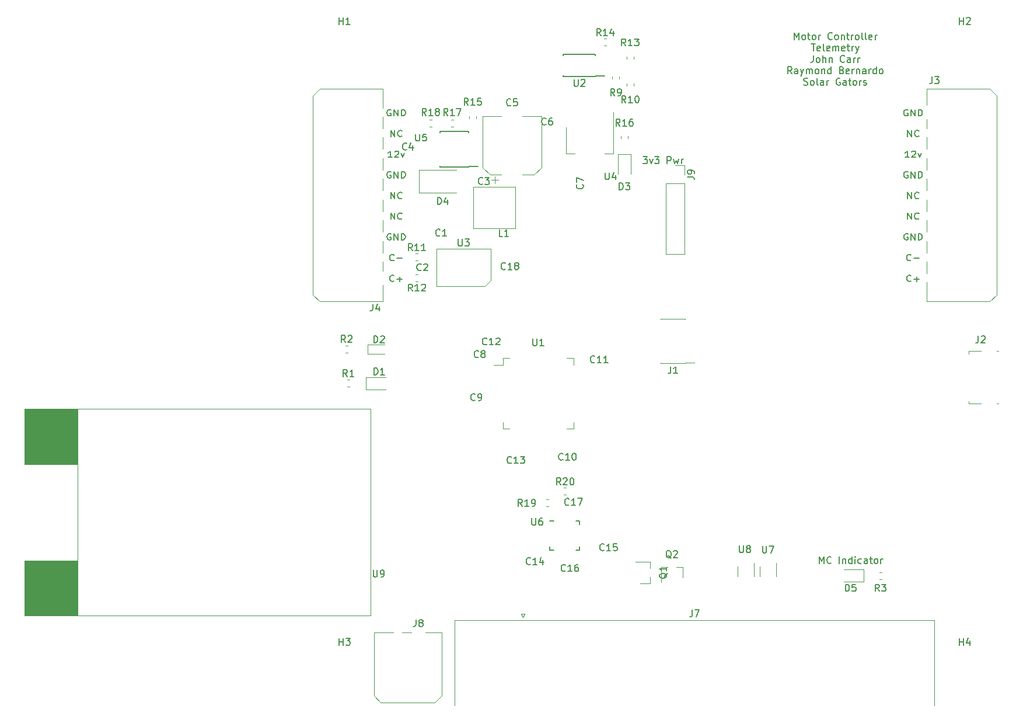
<source format=gbr>
G04 #@! TF.GenerationSoftware,KiCad,Pcbnew,(5.1.4)-1*
G04 #@! TF.CreationDate,2021-11-30T13:29:06-05:00*
G04 #@! TF.ProjectId,MC_Telem,4d435f54-656c-4656-9d2e-6b696361645f,rev?*
G04 #@! TF.SameCoordinates,Original*
G04 #@! TF.FileFunction,Legend,Top*
G04 #@! TF.FilePolarity,Positive*
%FSLAX46Y46*%
G04 Gerber Fmt 4.6, Leading zero omitted, Abs format (unit mm)*
G04 Created by KiCad (PCBNEW (5.1.4)-1) date 2021-11-30 13:29:06*
%MOMM*%
%LPD*%
G04 APERTURE LIST*
%ADD10C,0.150000*%
%ADD11C,0.120000*%
%ADD12C,0.100000*%
G04 APERTURE END LIST*
D10*
X145271428Y-63452380D02*
X145271428Y-62452380D01*
X145604761Y-63166666D01*
X145938095Y-62452380D01*
X145938095Y-63452380D01*
X146557142Y-63452380D02*
X146461904Y-63404761D01*
X146414285Y-63357142D01*
X146366666Y-63261904D01*
X146366666Y-62976190D01*
X146414285Y-62880952D01*
X146461904Y-62833333D01*
X146557142Y-62785714D01*
X146700000Y-62785714D01*
X146795238Y-62833333D01*
X146842857Y-62880952D01*
X146890476Y-62976190D01*
X146890476Y-63261904D01*
X146842857Y-63357142D01*
X146795238Y-63404761D01*
X146700000Y-63452380D01*
X146557142Y-63452380D01*
X147176190Y-62785714D02*
X147557142Y-62785714D01*
X147319047Y-62452380D02*
X147319047Y-63309523D01*
X147366666Y-63404761D01*
X147461904Y-63452380D01*
X147557142Y-63452380D01*
X148033333Y-63452380D02*
X147938095Y-63404761D01*
X147890476Y-63357142D01*
X147842857Y-63261904D01*
X147842857Y-62976190D01*
X147890476Y-62880952D01*
X147938095Y-62833333D01*
X148033333Y-62785714D01*
X148176190Y-62785714D01*
X148271428Y-62833333D01*
X148319047Y-62880952D01*
X148366666Y-62976190D01*
X148366666Y-63261904D01*
X148319047Y-63357142D01*
X148271428Y-63404761D01*
X148176190Y-63452380D01*
X148033333Y-63452380D01*
X148795238Y-63452380D02*
X148795238Y-62785714D01*
X148795238Y-62976190D02*
X148842857Y-62880952D01*
X148890476Y-62833333D01*
X148985714Y-62785714D01*
X149080952Y-62785714D01*
X150747619Y-63357142D02*
X150700000Y-63404761D01*
X150557142Y-63452380D01*
X150461904Y-63452380D01*
X150319047Y-63404761D01*
X150223809Y-63309523D01*
X150176190Y-63214285D01*
X150128571Y-63023809D01*
X150128571Y-62880952D01*
X150176190Y-62690476D01*
X150223809Y-62595238D01*
X150319047Y-62500000D01*
X150461904Y-62452380D01*
X150557142Y-62452380D01*
X150700000Y-62500000D01*
X150747619Y-62547619D01*
X151319047Y-63452380D02*
X151223809Y-63404761D01*
X151176190Y-63357142D01*
X151128571Y-63261904D01*
X151128571Y-62976190D01*
X151176190Y-62880952D01*
X151223809Y-62833333D01*
X151319047Y-62785714D01*
X151461904Y-62785714D01*
X151557142Y-62833333D01*
X151604761Y-62880952D01*
X151652380Y-62976190D01*
X151652380Y-63261904D01*
X151604761Y-63357142D01*
X151557142Y-63404761D01*
X151461904Y-63452380D01*
X151319047Y-63452380D01*
X152080952Y-62785714D02*
X152080952Y-63452380D01*
X152080952Y-62880952D02*
X152128571Y-62833333D01*
X152223809Y-62785714D01*
X152366666Y-62785714D01*
X152461904Y-62833333D01*
X152509523Y-62928571D01*
X152509523Y-63452380D01*
X152842857Y-62785714D02*
X153223809Y-62785714D01*
X152985714Y-62452380D02*
X152985714Y-63309523D01*
X153033333Y-63404761D01*
X153128571Y-63452380D01*
X153223809Y-63452380D01*
X153557142Y-63452380D02*
X153557142Y-62785714D01*
X153557142Y-62976190D02*
X153604761Y-62880952D01*
X153652380Y-62833333D01*
X153747619Y-62785714D01*
X153842857Y-62785714D01*
X154319047Y-63452380D02*
X154223809Y-63404761D01*
X154176190Y-63357142D01*
X154128571Y-63261904D01*
X154128571Y-62976190D01*
X154176190Y-62880952D01*
X154223809Y-62833333D01*
X154319047Y-62785714D01*
X154461904Y-62785714D01*
X154557142Y-62833333D01*
X154604761Y-62880952D01*
X154652380Y-62976190D01*
X154652380Y-63261904D01*
X154604761Y-63357142D01*
X154557142Y-63404761D01*
X154461904Y-63452380D01*
X154319047Y-63452380D01*
X155223809Y-63452380D02*
X155128571Y-63404761D01*
X155080952Y-63309523D01*
X155080952Y-62452380D01*
X155747619Y-63452380D02*
X155652380Y-63404761D01*
X155604761Y-63309523D01*
X155604761Y-62452380D01*
X156509523Y-63404761D02*
X156414285Y-63452380D01*
X156223809Y-63452380D01*
X156128571Y-63404761D01*
X156080952Y-63309523D01*
X156080952Y-62928571D01*
X156128571Y-62833333D01*
X156223809Y-62785714D01*
X156414285Y-62785714D01*
X156509523Y-62833333D01*
X156557142Y-62928571D01*
X156557142Y-63023809D01*
X156080952Y-63119047D01*
X156985714Y-63452380D02*
X156985714Y-62785714D01*
X156985714Y-62976190D02*
X157033333Y-62880952D01*
X157080952Y-62833333D01*
X157176190Y-62785714D01*
X157271428Y-62785714D01*
X147723809Y-64102380D02*
X148295238Y-64102380D01*
X148009523Y-65102380D02*
X148009523Y-64102380D01*
X149009523Y-65054761D02*
X148914285Y-65102380D01*
X148723809Y-65102380D01*
X148628571Y-65054761D01*
X148580952Y-64959523D01*
X148580952Y-64578571D01*
X148628571Y-64483333D01*
X148723809Y-64435714D01*
X148914285Y-64435714D01*
X149009523Y-64483333D01*
X149057142Y-64578571D01*
X149057142Y-64673809D01*
X148580952Y-64769047D01*
X149628571Y-65102380D02*
X149533333Y-65054761D01*
X149485714Y-64959523D01*
X149485714Y-64102380D01*
X150390476Y-65054761D02*
X150295238Y-65102380D01*
X150104761Y-65102380D01*
X150009523Y-65054761D01*
X149961904Y-64959523D01*
X149961904Y-64578571D01*
X150009523Y-64483333D01*
X150104761Y-64435714D01*
X150295238Y-64435714D01*
X150390476Y-64483333D01*
X150438095Y-64578571D01*
X150438095Y-64673809D01*
X149961904Y-64769047D01*
X150866666Y-65102380D02*
X150866666Y-64435714D01*
X150866666Y-64530952D02*
X150914285Y-64483333D01*
X151009523Y-64435714D01*
X151152380Y-64435714D01*
X151247619Y-64483333D01*
X151295238Y-64578571D01*
X151295238Y-65102380D01*
X151295238Y-64578571D02*
X151342857Y-64483333D01*
X151438095Y-64435714D01*
X151580952Y-64435714D01*
X151676190Y-64483333D01*
X151723809Y-64578571D01*
X151723809Y-65102380D01*
X152580952Y-65054761D02*
X152485714Y-65102380D01*
X152295238Y-65102380D01*
X152200000Y-65054761D01*
X152152380Y-64959523D01*
X152152380Y-64578571D01*
X152200000Y-64483333D01*
X152295238Y-64435714D01*
X152485714Y-64435714D01*
X152580952Y-64483333D01*
X152628571Y-64578571D01*
X152628571Y-64673809D01*
X152152380Y-64769047D01*
X152914285Y-64435714D02*
X153295238Y-64435714D01*
X153057142Y-64102380D02*
X153057142Y-64959523D01*
X153104761Y-65054761D01*
X153200000Y-65102380D01*
X153295238Y-65102380D01*
X153628571Y-65102380D02*
X153628571Y-64435714D01*
X153628571Y-64626190D02*
X153676190Y-64530952D01*
X153723809Y-64483333D01*
X153819047Y-64435714D01*
X153914285Y-64435714D01*
X154152380Y-64435714D02*
X154390476Y-65102380D01*
X154628571Y-64435714D02*
X154390476Y-65102380D01*
X154295238Y-65340476D01*
X154247619Y-65388095D01*
X154152380Y-65435714D01*
X148033333Y-65752380D02*
X148033333Y-66466666D01*
X147985714Y-66609523D01*
X147890476Y-66704761D01*
X147747619Y-66752380D01*
X147652380Y-66752380D01*
X148652380Y-66752380D02*
X148557142Y-66704761D01*
X148509523Y-66657142D01*
X148461904Y-66561904D01*
X148461904Y-66276190D01*
X148509523Y-66180952D01*
X148557142Y-66133333D01*
X148652380Y-66085714D01*
X148795238Y-66085714D01*
X148890476Y-66133333D01*
X148938095Y-66180952D01*
X148985714Y-66276190D01*
X148985714Y-66561904D01*
X148938095Y-66657142D01*
X148890476Y-66704761D01*
X148795238Y-66752380D01*
X148652380Y-66752380D01*
X149414285Y-66752380D02*
X149414285Y-65752380D01*
X149842857Y-66752380D02*
X149842857Y-66228571D01*
X149795238Y-66133333D01*
X149700000Y-66085714D01*
X149557142Y-66085714D01*
X149461904Y-66133333D01*
X149414285Y-66180952D01*
X150319047Y-66085714D02*
X150319047Y-66752380D01*
X150319047Y-66180952D02*
X150366666Y-66133333D01*
X150461904Y-66085714D01*
X150604761Y-66085714D01*
X150700000Y-66133333D01*
X150747619Y-66228571D01*
X150747619Y-66752380D01*
X152557142Y-66657142D02*
X152509523Y-66704761D01*
X152366666Y-66752380D01*
X152271428Y-66752380D01*
X152128571Y-66704761D01*
X152033333Y-66609523D01*
X151985714Y-66514285D01*
X151938095Y-66323809D01*
X151938095Y-66180952D01*
X151985714Y-65990476D01*
X152033333Y-65895238D01*
X152128571Y-65800000D01*
X152271428Y-65752380D01*
X152366666Y-65752380D01*
X152509523Y-65800000D01*
X152557142Y-65847619D01*
X153414285Y-66752380D02*
X153414285Y-66228571D01*
X153366666Y-66133333D01*
X153271428Y-66085714D01*
X153080952Y-66085714D01*
X152985714Y-66133333D01*
X153414285Y-66704761D02*
X153319047Y-66752380D01*
X153080952Y-66752380D01*
X152985714Y-66704761D01*
X152938095Y-66609523D01*
X152938095Y-66514285D01*
X152985714Y-66419047D01*
X153080952Y-66371428D01*
X153319047Y-66371428D01*
X153414285Y-66323809D01*
X153890476Y-66752380D02*
X153890476Y-66085714D01*
X153890476Y-66276190D02*
X153938095Y-66180952D01*
X153985714Y-66133333D01*
X154080952Y-66085714D01*
X154176190Y-66085714D01*
X154509523Y-66752380D02*
X154509523Y-66085714D01*
X154509523Y-66276190D02*
X154557142Y-66180952D01*
X154604761Y-66133333D01*
X154700000Y-66085714D01*
X154795238Y-66085714D01*
X144914285Y-68402380D02*
X144580952Y-67926190D01*
X144342857Y-68402380D02*
X144342857Y-67402380D01*
X144723809Y-67402380D01*
X144819047Y-67450000D01*
X144866666Y-67497619D01*
X144914285Y-67592857D01*
X144914285Y-67735714D01*
X144866666Y-67830952D01*
X144819047Y-67878571D01*
X144723809Y-67926190D01*
X144342857Y-67926190D01*
X145771428Y-68402380D02*
X145771428Y-67878571D01*
X145723809Y-67783333D01*
X145628571Y-67735714D01*
X145438095Y-67735714D01*
X145342857Y-67783333D01*
X145771428Y-68354761D02*
X145676190Y-68402380D01*
X145438095Y-68402380D01*
X145342857Y-68354761D01*
X145295238Y-68259523D01*
X145295238Y-68164285D01*
X145342857Y-68069047D01*
X145438095Y-68021428D01*
X145676190Y-68021428D01*
X145771428Y-67973809D01*
X146152380Y-67735714D02*
X146390476Y-68402380D01*
X146628571Y-67735714D02*
X146390476Y-68402380D01*
X146295238Y-68640476D01*
X146247619Y-68688095D01*
X146152380Y-68735714D01*
X147009523Y-68402380D02*
X147009523Y-67735714D01*
X147009523Y-67830952D02*
X147057142Y-67783333D01*
X147152380Y-67735714D01*
X147295238Y-67735714D01*
X147390476Y-67783333D01*
X147438095Y-67878571D01*
X147438095Y-68402380D01*
X147438095Y-67878571D02*
X147485714Y-67783333D01*
X147580952Y-67735714D01*
X147723809Y-67735714D01*
X147819047Y-67783333D01*
X147866666Y-67878571D01*
X147866666Y-68402380D01*
X148485714Y-68402380D02*
X148390476Y-68354761D01*
X148342857Y-68307142D01*
X148295238Y-68211904D01*
X148295238Y-67926190D01*
X148342857Y-67830952D01*
X148390476Y-67783333D01*
X148485714Y-67735714D01*
X148628571Y-67735714D01*
X148723809Y-67783333D01*
X148771428Y-67830952D01*
X148819047Y-67926190D01*
X148819047Y-68211904D01*
X148771428Y-68307142D01*
X148723809Y-68354761D01*
X148628571Y-68402380D01*
X148485714Y-68402380D01*
X149247619Y-67735714D02*
X149247619Y-68402380D01*
X149247619Y-67830952D02*
X149295238Y-67783333D01*
X149390476Y-67735714D01*
X149533333Y-67735714D01*
X149628571Y-67783333D01*
X149676190Y-67878571D01*
X149676190Y-68402380D01*
X150580952Y-68402380D02*
X150580952Y-67402380D01*
X150580952Y-68354761D02*
X150485714Y-68402380D01*
X150295238Y-68402380D01*
X150200000Y-68354761D01*
X150152380Y-68307142D01*
X150104761Y-68211904D01*
X150104761Y-67926190D01*
X150152380Y-67830952D01*
X150200000Y-67783333D01*
X150295238Y-67735714D01*
X150485714Y-67735714D01*
X150580952Y-67783333D01*
X152152380Y-67878571D02*
X152295238Y-67926190D01*
X152342857Y-67973809D01*
X152390476Y-68069047D01*
X152390476Y-68211904D01*
X152342857Y-68307142D01*
X152295238Y-68354761D01*
X152200000Y-68402380D01*
X151819047Y-68402380D01*
X151819047Y-67402380D01*
X152152380Y-67402380D01*
X152247619Y-67450000D01*
X152295238Y-67497619D01*
X152342857Y-67592857D01*
X152342857Y-67688095D01*
X152295238Y-67783333D01*
X152247619Y-67830952D01*
X152152380Y-67878571D01*
X151819047Y-67878571D01*
X153200000Y-68354761D02*
X153104761Y-68402380D01*
X152914285Y-68402380D01*
X152819047Y-68354761D01*
X152771428Y-68259523D01*
X152771428Y-67878571D01*
X152819047Y-67783333D01*
X152914285Y-67735714D01*
X153104761Y-67735714D01*
X153200000Y-67783333D01*
X153247619Y-67878571D01*
X153247619Y-67973809D01*
X152771428Y-68069047D01*
X153676190Y-68402380D02*
X153676190Y-67735714D01*
X153676190Y-67926190D02*
X153723809Y-67830952D01*
X153771428Y-67783333D01*
X153866666Y-67735714D01*
X153961904Y-67735714D01*
X154295238Y-67735714D02*
X154295238Y-68402380D01*
X154295238Y-67830952D02*
X154342857Y-67783333D01*
X154438095Y-67735714D01*
X154580952Y-67735714D01*
X154676190Y-67783333D01*
X154723809Y-67878571D01*
X154723809Y-68402380D01*
X155628571Y-68402380D02*
X155628571Y-67878571D01*
X155580952Y-67783333D01*
X155485714Y-67735714D01*
X155295238Y-67735714D01*
X155200000Y-67783333D01*
X155628571Y-68354761D02*
X155533333Y-68402380D01*
X155295238Y-68402380D01*
X155200000Y-68354761D01*
X155152380Y-68259523D01*
X155152380Y-68164285D01*
X155200000Y-68069047D01*
X155295238Y-68021428D01*
X155533333Y-68021428D01*
X155628571Y-67973809D01*
X156104761Y-68402380D02*
X156104761Y-67735714D01*
X156104761Y-67926190D02*
X156152380Y-67830952D01*
X156200000Y-67783333D01*
X156295238Y-67735714D01*
X156390476Y-67735714D01*
X157152380Y-68402380D02*
X157152380Y-67402380D01*
X157152380Y-68354761D02*
X157057142Y-68402380D01*
X156866666Y-68402380D01*
X156771428Y-68354761D01*
X156723809Y-68307142D01*
X156676190Y-68211904D01*
X156676190Y-67926190D01*
X156723809Y-67830952D01*
X156771428Y-67783333D01*
X156866666Y-67735714D01*
X157057142Y-67735714D01*
X157152380Y-67783333D01*
X157771428Y-68402380D02*
X157676190Y-68354761D01*
X157628571Y-68307142D01*
X157580952Y-68211904D01*
X157580952Y-67926190D01*
X157628571Y-67830952D01*
X157676190Y-67783333D01*
X157771428Y-67735714D01*
X157914285Y-67735714D01*
X158009523Y-67783333D01*
X158057142Y-67830952D01*
X158104761Y-67926190D01*
X158104761Y-68211904D01*
X158057142Y-68307142D01*
X158009523Y-68354761D01*
X157914285Y-68402380D01*
X157771428Y-68402380D01*
X146652380Y-70004761D02*
X146795238Y-70052380D01*
X147033333Y-70052380D01*
X147128571Y-70004761D01*
X147176190Y-69957142D01*
X147223809Y-69861904D01*
X147223809Y-69766666D01*
X147176190Y-69671428D01*
X147128571Y-69623809D01*
X147033333Y-69576190D01*
X146842857Y-69528571D01*
X146747619Y-69480952D01*
X146700000Y-69433333D01*
X146652380Y-69338095D01*
X146652380Y-69242857D01*
X146700000Y-69147619D01*
X146747619Y-69100000D01*
X146842857Y-69052380D01*
X147080952Y-69052380D01*
X147223809Y-69100000D01*
X147795238Y-70052380D02*
X147700000Y-70004761D01*
X147652380Y-69957142D01*
X147604761Y-69861904D01*
X147604761Y-69576190D01*
X147652380Y-69480952D01*
X147700000Y-69433333D01*
X147795238Y-69385714D01*
X147938095Y-69385714D01*
X148033333Y-69433333D01*
X148080952Y-69480952D01*
X148128571Y-69576190D01*
X148128571Y-69861904D01*
X148080952Y-69957142D01*
X148033333Y-70004761D01*
X147938095Y-70052380D01*
X147795238Y-70052380D01*
X148700000Y-70052380D02*
X148604761Y-70004761D01*
X148557142Y-69909523D01*
X148557142Y-69052380D01*
X149509523Y-70052380D02*
X149509523Y-69528571D01*
X149461904Y-69433333D01*
X149366666Y-69385714D01*
X149176190Y-69385714D01*
X149080952Y-69433333D01*
X149509523Y-70004761D02*
X149414285Y-70052380D01*
X149176190Y-70052380D01*
X149080952Y-70004761D01*
X149033333Y-69909523D01*
X149033333Y-69814285D01*
X149080952Y-69719047D01*
X149176190Y-69671428D01*
X149414285Y-69671428D01*
X149509523Y-69623809D01*
X149985714Y-70052380D02*
X149985714Y-69385714D01*
X149985714Y-69576190D02*
X150033333Y-69480952D01*
X150080952Y-69433333D01*
X150176190Y-69385714D01*
X150271428Y-69385714D01*
X151890476Y-69100000D02*
X151795238Y-69052380D01*
X151652380Y-69052380D01*
X151509523Y-69100000D01*
X151414285Y-69195238D01*
X151366666Y-69290476D01*
X151319047Y-69480952D01*
X151319047Y-69623809D01*
X151366666Y-69814285D01*
X151414285Y-69909523D01*
X151509523Y-70004761D01*
X151652380Y-70052380D01*
X151747619Y-70052380D01*
X151890476Y-70004761D01*
X151938095Y-69957142D01*
X151938095Y-69623809D01*
X151747619Y-69623809D01*
X152795238Y-70052380D02*
X152795238Y-69528571D01*
X152747619Y-69433333D01*
X152652380Y-69385714D01*
X152461904Y-69385714D01*
X152366666Y-69433333D01*
X152795238Y-70004761D02*
X152700000Y-70052380D01*
X152461904Y-70052380D01*
X152366666Y-70004761D01*
X152319047Y-69909523D01*
X152319047Y-69814285D01*
X152366666Y-69719047D01*
X152461904Y-69671428D01*
X152700000Y-69671428D01*
X152795238Y-69623809D01*
X153128571Y-69385714D02*
X153509523Y-69385714D01*
X153271428Y-69052380D02*
X153271428Y-69909523D01*
X153319047Y-70004761D01*
X153414285Y-70052380D01*
X153509523Y-70052380D01*
X153985714Y-70052380D02*
X153890476Y-70004761D01*
X153842857Y-69957142D01*
X153795238Y-69861904D01*
X153795238Y-69576190D01*
X153842857Y-69480952D01*
X153890476Y-69433333D01*
X153985714Y-69385714D01*
X154128571Y-69385714D01*
X154223809Y-69433333D01*
X154271428Y-69480952D01*
X154319047Y-69576190D01*
X154319047Y-69861904D01*
X154271428Y-69957142D01*
X154223809Y-70004761D01*
X154128571Y-70052380D01*
X153985714Y-70052380D01*
X154747619Y-70052380D02*
X154747619Y-69385714D01*
X154747619Y-69576190D02*
X154795238Y-69480952D01*
X154842857Y-69433333D01*
X154938095Y-69385714D01*
X155033333Y-69385714D01*
X155319047Y-70004761D02*
X155414285Y-70052380D01*
X155604761Y-70052380D01*
X155700000Y-70004761D01*
X155747619Y-69909523D01*
X155747619Y-69861904D01*
X155700000Y-69766666D01*
X155604761Y-69719047D01*
X155461904Y-69719047D01*
X155366666Y-69671428D01*
X155319047Y-69576190D01*
X155319047Y-69528571D01*
X155366666Y-69433333D01*
X155461904Y-69385714D01*
X155604761Y-69385714D01*
X155700000Y-69433333D01*
X161738095Y-73650000D02*
X161642857Y-73607142D01*
X161500000Y-73607142D01*
X161357142Y-73650000D01*
X161261904Y-73735714D01*
X161214285Y-73821428D01*
X161166666Y-73992857D01*
X161166666Y-74121428D01*
X161214285Y-74292857D01*
X161261904Y-74378571D01*
X161357142Y-74464285D01*
X161500000Y-74507142D01*
X161595238Y-74507142D01*
X161738095Y-74464285D01*
X161785714Y-74421428D01*
X161785714Y-74121428D01*
X161595238Y-74121428D01*
X162214285Y-74507142D02*
X162214285Y-73607142D01*
X162785714Y-74507142D01*
X162785714Y-73607142D01*
X163261904Y-74507142D02*
X163261904Y-73607142D01*
X163500000Y-73607142D01*
X163642857Y-73650000D01*
X163738095Y-73735714D01*
X163785714Y-73821428D01*
X163833333Y-73992857D01*
X163833333Y-74121428D01*
X163785714Y-74292857D01*
X163738095Y-74378571D01*
X163642857Y-74464285D01*
X163500000Y-74507142D01*
X163261904Y-74507142D01*
X161714285Y-77507142D02*
X161714285Y-76607142D01*
X162285714Y-77507142D01*
X162285714Y-76607142D01*
X163333333Y-77421428D02*
X163285714Y-77464285D01*
X163142857Y-77507142D01*
X163047619Y-77507142D01*
X162904761Y-77464285D01*
X162809523Y-77378571D01*
X162761904Y-77292857D01*
X162714285Y-77121428D01*
X162714285Y-76992857D01*
X162761904Y-76821428D01*
X162809523Y-76735714D01*
X162904761Y-76650000D01*
X163047619Y-76607142D01*
X163142857Y-76607142D01*
X163285714Y-76650000D01*
X163333333Y-76692857D01*
X161928571Y-80507142D02*
X161357142Y-80507142D01*
X161642857Y-80507142D02*
X161642857Y-79607142D01*
X161547619Y-79735714D01*
X161452380Y-79821428D01*
X161357142Y-79864285D01*
X162309523Y-79692857D02*
X162357142Y-79650000D01*
X162452380Y-79607142D01*
X162690476Y-79607142D01*
X162785714Y-79650000D01*
X162833333Y-79692857D01*
X162880952Y-79778571D01*
X162880952Y-79864285D01*
X162833333Y-79992857D01*
X162261904Y-80507142D01*
X162880952Y-80507142D01*
X163214285Y-79907142D02*
X163452380Y-80507142D01*
X163690476Y-79907142D01*
X161738095Y-82650000D02*
X161642857Y-82607142D01*
X161500000Y-82607142D01*
X161357142Y-82650000D01*
X161261904Y-82735714D01*
X161214285Y-82821428D01*
X161166666Y-82992857D01*
X161166666Y-83121428D01*
X161214285Y-83292857D01*
X161261904Y-83378571D01*
X161357142Y-83464285D01*
X161500000Y-83507142D01*
X161595238Y-83507142D01*
X161738095Y-83464285D01*
X161785714Y-83421428D01*
X161785714Y-83121428D01*
X161595238Y-83121428D01*
X162214285Y-83507142D02*
X162214285Y-82607142D01*
X162785714Y-83507142D01*
X162785714Y-82607142D01*
X163261904Y-83507142D02*
X163261904Y-82607142D01*
X163500000Y-82607142D01*
X163642857Y-82650000D01*
X163738095Y-82735714D01*
X163785714Y-82821428D01*
X163833333Y-82992857D01*
X163833333Y-83121428D01*
X163785714Y-83292857D01*
X163738095Y-83378571D01*
X163642857Y-83464285D01*
X163500000Y-83507142D01*
X163261904Y-83507142D01*
X161714285Y-86507142D02*
X161714285Y-85607142D01*
X162285714Y-86507142D01*
X162285714Y-85607142D01*
X163333333Y-86421428D02*
X163285714Y-86464285D01*
X163142857Y-86507142D01*
X163047619Y-86507142D01*
X162904761Y-86464285D01*
X162809523Y-86378571D01*
X162761904Y-86292857D01*
X162714285Y-86121428D01*
X162714285Y-85992857D01*
X162761904Y-85821428D01*
X162809523Y-85735714D01*
X162904761Y-85650000D01*
X163047619Y-85607142D01*
X163142857Y-85607142D01*
X163285714Y-85650000D01*
X163333333Y-85692857D01*
X161714285Y-89507142D02*
X161714285Y-88607142D01*
X162285714Y-89507142D01*
X162285714Y-88607142D01*
X163333333Y-89421428D02*
X163285714Y-89464285D01*
X163142857Y-89507142D01*
X163047619Y-89507142D01*
X162904761Y-89464285D01*
X162809523Y-89378571D01*
X162761904Y-89292857D01*
X162714285Y-89121428D01*
X162714285Y-88992857D01*
X162761904Y-88821428D01*
X162809523Y-88735714D01*
X162904761Y-88650000D01*
X163047619Y-88607142D01*
X163142857Y-88607142D01*
X163285714Y-88650000D01*
X163333333Y-88692857D01*
X161738095Y-91650000D02*
X161642857Y-91607142D01*
X161500000Y-91607142D01*
X161357142Y-91650000D01*
X161261904Y-91735714D01*
X161214285Y-91821428D01*
X161166666Y-91992857D01*
X161166666Y-92121428D01*
X161214285Y-92292857D01*
X161261904Y-92378571D01*
X161357142Y-92464285D01*
X161500000Y-92507142D01*
X161595238Y-92507142D01*
X161738095Y-92464285D01*
X161785714Y-92421428D01*
X161785714Y-92121428D01*
X161595238Y-92121428D01*
X162214285Y-92507142D02*
X162214285Y-91607142D01*
X162785714Y-92507142D01*
X162785714Y-91607142D01*
X163261904Y-92507142D02*
X163261904Y-91607142D01*
X163500000Y-91607142D01*
X163642857Y-91650000D01*
X163738095Y-91735714D01*
X163785714Y-91821428D01*
X163833333Y-91992857D01*
X163833333Y-92121428D01*
X163785714Y-92292857D01*
X163738095Y-92378571D01*
X163642857Y-92464285D01*
X163500000Y-92507142D01*
X163261904Y-92507142D01*
X162190476Y-95421428D02*
X162142857Y-95464285D01*
X162000000Y-95507142D01*
X161904761Y-95507142D01*
X161761904Y-95464285D01*
X161666666Y-95378571D01*
X161619047Y-95292857D01*
X161571428Y-95121428D01*
X161571428Y-94992857D01*
X161619047Y-94821428D01*
X161666666Y-94735714D01*
X161761904Y-94650000D01*
X161904761Y-94607142D01*
X162000000Y-94607142D01*
X162142857Y-94650000D01*
X162190476Y-94692857D01*
X162619047Y-95164285D02*
X163380952Y-95164285D01*
X162190476Y-98421428D02*
X162142857Y-98464285D01*
X162000000Y-98507142D01*
X161904761Y-98507142D01*
X161761904Y-98464285D01*
X161666666Y-98378571D01*
X161619047Y-98292857D01*
X161571428Y-98121428D01*
X161571428Y-97992857D01*
X161619047Y-97821428D01*
X161666666Y-97735714D01*
X161761904Y-97650000D01*
X161904761Y-97607142D01*
X162000000Y-97607142D01*
X162142857Y-97650000D01*
X162190476Y-97692857D01*
X162619047Y-98164285D02*
X163380952Y-98164285D01*
X163000000Y-98507142D02*
X163000000Y-97821428D01*
X86738095Y-73650000D02*
X86642857Y-73607142D01*
X86500000Y-73607142D01*
X86357142Y-73650000D01*
X86261904Y-73735714D01*
X86214285Y-73821428D01*
X86166666Y-73992857D01*
X86166666Y-74121428D01*
X86214285Y-74292857D01*
X86261904Y-74378571D01*
X86357142Y-74464285D01*
X86500000Y-74507142D01*
X86595238Y-74507142D01*
X86738095Y-74464285D01*
X86785714Y-74421428D01*
X86785714Y-74121428D01*
X86595238Y-74121428D01*
X87214285Y-74507142D02*
X87214285Y-73607142D01*
X87785714Y-74507142D01*
X87785714Y-73607142D01*
X88261904Y-74507142D02*
X88261904Y-73607142D01*
X88500000Y-73607142D01*
X88642857Y-73650000D01*
X88738095Y-73735714D01*
X88785714Y-73821428D01*
X88833333Y-73992857D01*
X88833333Y-74121428D01*
X88785714Y-74292857D01*
X88738095Y-74378571D01*
X88642857Y-74464285D01*
X88500000Y-74507142D01*
X88261904Y-74507142D01*
X86714285Y-77507142D02*
X86714285Y-76607142D01*
X87285714Y-77507142D01*
X87285714Y-76607142D01*
X88333333Y-77421428D02*
X88285714Y-77464285D01*
X88142857Y-77507142D01*
X88047619Y-77507142D01*
X87904761Y-77464285D01*
X87809523Y-77378571D01*
X87761904Y-77292857D01*
X87714285Y-77121428D01*
X87714285Y-76992857D01*
X87761904Y-76821428D01*
X87809523Y-76735714D01*
X87904761Y-76650000D01*
X88047619Y-76607142D01*
X88142857Y-76607142D01*
X88285714Y-76650000D01*
X88333333Y-76692857D01*
X86928571Y-80507142D02*
X86357142Y-80507142D01*
X86642857Y-80507142D02*
X86642857Y-79607142D01*
X86547619Y-79735714D01*
X86452380Y-79821428D01*
X86357142Y-79864285D01*
X87309523Y-79692857D02*
X87357142Y-79650000D01*
X87452380Y-79607142D01*
X87690476Y-79607142D01*
X87785714Y-79650000D01*
X87833333Y-79692857D01*
X87880952Y-79778571D01*
X87880952Y-79864285D01*
X87833333Y-79992857D01*
X87261904Y-80507142D01*
X87880952Y-80507142D01*
X88214285Y-79907142D02*
X88452380Y-80507142D01*
X88690476Y-79907142D01*
X86738095Y-82650000D02*
X86642857Y-82607142D01*
X86500000Y-82607142D01*
X86357142Y-82650000D01*
X86261904Y-82735714D01*
X86214285Y-82821428D01*
X86166666Y-82992857D01*
X86166666Y-83121428D01*
X86214285Y-83292857D01*
X86261904Y-83378571D01*
X86357142Y-83464285D01*
X86500000Y-83507142D01*
X86595238Y-83507142D01*
X86738095Y-83464285D01*
X86785714Y-83421428D01*
X86785714Y-83121428D01*
X86595238Y-83121428D01*
X87214285Y-83507142D02*
X87214285Y-82607142D01*
X87785714Y-83507142D01*
X87785714Y-82607142D01*
X88261904Y-83507142D02*
X88261904Y-82607142D01*
X88500000Y-82607142D01*
X88642857Y-82650000D01*
X88738095Y-82735714D01*
X88785714Y-82821428D01*
X88833333Y-82992857D01*
X88833333Y-83121428D01*
X88785714Y-83292857D01*
X88738095Y-83378571D01*
X88642857Y-83464285D01*
X88500000Y-83507142D01*
X88261904Y-83507142D01*
X86714285Y-86507142D02*
X86714285Y-85607142D01*
X87285714Y-86507142D01*
X87285714Y-85607142D01*
X88333333Y-86421428D02*
X88285714Y-86464285D01*
X88142857Y-86507142D01*
X88047619Y-86507142D01*
X87904761Y-86464285D01*
X87809523Y-86378571D01*
X87761904Y-86292857D01*
X87714285Y-86121428D01*
X87714285Y-85992857D01*
X87761904Y-85821428D01*
X87809523Y-85735714D01*
X87904761Y-85650000D01*
X88047619Y-85607142D01*
X88142857Y-85607142D01*
X88285714Y-85650000D01*
X88333333Y-85692857D01*
X86714285Y-89507142D02*
X86714285Y-88607142D01*
X87285714Y-89507142D01*
X87285714Y-88607142D01*
X88333333Y-89421428D02*
X88285714Y-89464285D01*
X88142857Y-89507142D01*
X88047619Y-89507142D01*
X87904761Y-89464285D01*
X87809523Y-89378571D01*
X87761904Y-89292857D01*
X87714285Y-89121428D01*
X87714285Y-88992857D01*
X87761904Y-88821428D01*
X87809523Y-88735714D01*
X87904761Y-88650000D01*
X88047619Y-88607142D01*
X88142857Y-88607142D01*
X88285714Y-88650000D01*
X88333333Y-88692857D01*
X86738095Y-91650000D02*
X86642857Y-91607142D01*
X86500000Y-91607142D01*
X86357142Y-91650000D01*
X86261904Y-91735714D01*
X86214285Y-91821428D01*
X86166666Y-91992857D01*
X86166666Y-92121428D01*
X86214285Y-92292857D01*
X86261904Y-92378571D01*
X86357142Y-92464285D01*
X86500000Y-92507142D01*
X86595238Y-92507142D01*
X86738095Y-92464285D01*
X86785714Y-92421428D01*
X86785714Y-92121428D01*
X86595238Y-92121428D01*
X87214285Y-92507142D02*
X87214285Y-91607142D01*
X87785714Y-92507142D01*
X87785714Y-91607142D01*
X88261904Y-92507142D02*
X88261904Y-91607142D01*
X88500000Y-91607142D01*
X88642857Y-91650000D01*
X88738095Y-91735714D01*
X88785714Y-91821428D01*
X88833333Y-91992857D01*
X88833333Y-92121428D01*
X88785714Y-92292857D01*
X88738095Y-92378571D01*
X88642857Y-92464285D01*
X88500000Y-92507142D01*
X88261904Y-92507142D01*
X87190476Y-95421428D02*
X87142857Y-95464285D01*
X87000000Y-95507142D01*
X86904761Y-95507142D01*
X86761904Y-95464285D01*
X86666666Y-95378571D01*
X86619047Y-95292857D01*
X86571428Y-95121428D01*
X86571428Y-94992857D01*
X86619047Y-94821428D01*
X86666666Y-94735714D01*
X86761904Y-94650000D01*
X86904761Y-94607142D01*
X87000000Y-94607142D01*
X87142857Y-94650000D01*
X87190476Y-94692857D01*
X87619047Y-95164285D02*
X88380952Y-95164285D01*
X87190476Y-98421428D02*
X87142857Y-98464285D01*
X87000000Y-98507142D01*
X86904761Y-98507142D01*
X86761904Y-98464285D01*
X86666666Y-98378571D01*
X86619047Y-98292857D01*
X86571428Y-98121428D01*
X86571428Y-97992857D01*
X86619047Y-97821428D01*
X86666666Y-97735714D01*
X86761904Y-97650000D01*
X86904761Y-97607142D01*
X87000000Y-97607142D01*
X87142857Y-97650000D01*
X87190476Y-97692857D01*
X87619047Y-98164285D02*
X88380952Y-98164285D01*
X88000000Y-98507142D02*
X88000000Y-97821428D01*
X148906190Y-139402380D02*
X148906190Y-138402380D01*
X149239523Y-139116666D01*
X149572857Y-138402380D01*
X149572857Y-139402380D01*
X150620476Y-139307142D02*
X150572857Y-139354761D01*
X150430000Y-139402380D01*
X150334761Y-139402380D01*
X150191904Y-139354761D01*
X150096666Y-139259523D01*
X150049047Y-139164285D01*
X150001428Y-138973809D01*
X150001428Y-138830952D01*
X150049047Y-138640476D01*
X150096666Y-138545238D01*
X150191904Y-138450000D01*
X150334761Y-138402380D01*
X150430000Y-138402380D01*
X150572857Y-138450000D01*
X150620476Y-138497619D01*
X151810952Y-139402380D02*
X151810952Y-138402380D01*
X152287142Y-138735714D02*
X152287142Y-139402380D01*
X152287142Y-138830952D02*
X152334761Y-138783333D01*
X152430000Y-138735714D01*
X152572857Y-138735714D01*
X152668095Y-138783333D01*
X152715714Y-138878571D01*
X152715714Y-139402380D01*
X153620476Y-139402380D02*
X153620476Y-138402380D01*
X153620476Y-139354761D02*
X153525238Y-139402380D01*
X153334761Y-139402380D01*
X153239523Y-139354761D01*
X153191904Y-139307142D01*
X153144285Y-139211904D01*
X153144285Y-138926190D01*
X153191904Y-138830952D01*
X153239523Y-138783333D01*
X153334761Y-138735714D01*
X153525238Y-138735714D01*
X153620476Y-138783333D01*
X154096666Y-139402380D02*
X154096666Y-138735714D01*
X154096666Y-138402380D02*
X154049047Y-138450000D01*
X154096666Y-138497619D01*
X154144285Y-138450000D01*
X154096666Y-138402380D01*
X154096666Y-138497619D01*
X155001428Y-139354761D02*
X154906190Y-139402380D01*
X154715714Y-139402380D01*
X154620476Y-139354761D01*
X154572857Y-139307142D01*
X154525238Y-139211904D01*
X154525238Y-138926190D01*
X154572857Y-138830952D01*
X154620476Y-138783333D01*
X154715714Y-138735714D01*
X154906190Y-138735714D01*
X155001428Y-138783333D01*
X155858571Y-139402380D02*
X155858571Y-138878571D01*
X155810952Y-138783333D01*
X155715714Y-138735714D01*
X155525238Y-138735714D01*
X155430000Y-138783333D01*
X155858571Y-139354761D02*
X155763333Y-139402380D01*
X155525238Y-139402380D01*
X155430000Y-139354761D01*
X155382380Y-139259523D01*
X155382380Y-139164285D01*
X155430000Y-139069047D01*
X155525238Y-139021428D01*
X155763333Y-139021428D01*
X155858571Y-138973809D01*
X156191904Y-138735714D02*
X156572857Y-138735714D01*
X156334761Y-138402380D02*
X156334761Y-139259523D01*
X156382380Y-139354761D01*
X156477619Y-139402380D01*
X156572857Y-139402380D01*
X157049047Y-139402380D02*
X156953809Y-139354761D01*
X156906190Y-139307142D01*
X156858571Y-139211904D01*
X156858571Y-138926190D01*
X156906190Y-138830952D01*
X156953809Y-138783333D01*
X157049047Y-138735714D01*
X157191904Y-138735714D01*
X157287142Y-138783333D01*
X157334761Y-138830952D01*
X157382380Y-138926190D01*
X157382380Y-139211904D01*
X157334761Y-139307142D01*
X157287142Y-139354761D01*
X157191904Y-139402380D01*
X157049047Y-139402380D01*
X157810952Y-139402380D02*
X157810952Y-138735714D01*
X157810952Y-138926190D02*
X157858571Y-138830952D01*
X157906190Y-138783333D01*
X158001428Y-138735714D01*
X158096666Y-138735714D01*
X123315238Y-80442380D02*
X123934285Y-80442380D01*
X123600952Y-80823333D01*
X123743809Y-80823333D01*
X123839047Y-80870952D01*
X123886666Y-80918571D01*
X123934285Y-81013809D01*
X123934285Y-81251904D01*
X123886666Y-81347142D01*
X123839047Y-81394761D01*
X123743809Y-81442380D01*
X123458095Y-81442380D01*
X123362857Y-81394761D01*
X123315238Y-81347142D01*
X124267619Y-80775714D02*
X124505714Y-81442380D01*
X124743809Y-80775714D01*
X125029523Y-80442380D02*
X125648571Y-80442380D01*
X125315238Y-80823333D01*
X125458095Y-80823333D01*
X125553333Y-80870952D01*
X125600952Y-80918571D01*
X125648571Y-81013809D01*
X125648571Y-81251904D01*
X125600952Y-81347142D01*
X125553333Y-81394761D01*
X125458095Y-81442380D01*
X125172380Y-81442380D01*
X125077142Y-81394761D01*
X125029523Y-81347142D01*
X126839047Y-81442380D02*
X126839047Y-80442380D01*
X127220000Y-80442380D01*
X127315238Y-80490000D01*
X127362857Y-80537619D01*
X127410476Y-80632857D01*
X127410476Y-80775714D01*
X127362857Y-80870952D01*
X127315238Y-80918571D01*
X127220000Y-80966190D01*
X126839047Y-80966190D01*
X127743809Y-80775714D02*
X127934285Y-81442380D01*
X128124761Y-80966190D01*
X128315238Y-81442380D01*
X128505714Y-80775714D01*
X128886666Y-81442380D02*
X128886666Y-80775714D01*
X128886666Y-80966190D02*
X128934285Y-80870952D01*
X128981904Y-80823333D01*
X129077142Y-80775714D01*
X129172380Y-80775714D01*
D11*
X98700000Y-90820000D02*
X98700000Y-84820000D01*
X104800000Y-84820000D02*
X104800000Y-90820000D01*
X98700000Y-84820000D02*
X104800000Y-84820000D01*
X104800000Y-90820000D02*
X98700000Y-90820000D01*
X101290000Y-83800000D02*
X102290000Y-83800000D01*
X101790000Y-84300000D02*
X101790000Y-83300000D01*
X107495563Y-83060000D02*
X108560000Y-81995563D01*
X101104437Y-83060000D02*
X100040000Y-81995563D01*
X101104437Y-83060000D02*
X102790000Y-83060000D01*
X107495563Y-83060000D02*
X105810000Y-83060000D01*
X108560000Y-81995563D02*
X108560000Y-74540000D01*
X100040000Y-81995563D02*
X100040000Y-74540000D01*
X100040000Y-74540000D02*
X102790000Y-74540000D01*
X108560000Y-74540000D02*
X105810000Y-74540000D01*
X89690000Y-149435000D02*
X88351767Y-149435000D01*
X84265000Y-149435000D02*
X87048233Y-149435000D01*
X94135000Y-149435000D02*
X91710000Y-149435000D01*
X84265000Y-158555000D02*
X84265000Y-149435000D01*
X85265000Y-159555000D02*
X84265000Y-158555000D01*
X93135000Y-159555000D02*
X85265000Y-159555000D01*
X94135000Y-158555000D02*
X93135000Y-159555000D01*
X94135000Y-149435000D02*
X94135000Y-158555000D01*
X121960000Y-70135279D02*
X121960000Y-69809721D01*
X120940000Y-70135279D02*
X120940000Y-69809721D01*
X90850000Y-82350000D02*
X96250000Y-82350000D01*
X90850000Y-85650000D02*
X96250000Y-85650000D01*
X90850000Y-82350000D02*
X90850000Y-85650000D01*
D10*
X98007200Y-81890000D02*
X99407200Y-81890000D01*
X98007200Y-76790000D02*
X93857200Y-76790000D01*
X98007200Y-81940000D02*
X93857200Y-81940000D01*
X98007200Y-76790000D02*
X98007200Y-76935000D01*
X93857200Y-76790000D02*
X93857200Y-76935000D01*
X93857200Y-81940000D02*
X93857200Y-81795000D01*
X98007200Y-81940000D02*
X98007200Y-81890000D01*
D11*
X92642879Y-75039600D02*
X92317321Y-75039600D01*
X92642879Y-76059600D02*
X92317321Y-76059600D01*
X98090000Y-74549721D02*
X98090000Y-74875279D01*
X99110000Y-74549721D02*
X99110000Y-74875279D01*
X121963600Y-66230179D02*
X121963600Y-65904621D01*
X120943600Y-66230179D02*
X120943600Y-65904621D01*
X95792279Y-75039600D02*
X95466721Y-75039600D01*
X95792279Y-76059600D02*
X95466721Y-76059600D01*
X164480000Y-95651767D02*
X164480000Y-97348233D01*
X164480000Y-92651767D02*
X164480000Y-94348233D01*
X164480000Y-89651767D02*
X164480000Y-91348233D01*
X164480000Y-86651767D02*
X164480000Y-88348233D01*
X164480000Y-83651767D02*
X164480000Y-85348233D01*
X164480000Y-80651767D02*
X164480000Y-82348233D01*
X164480000Y-77651767D02*
X164480000Y-79348233D01*
X164480000Y-75010000D02*
X164480000Y-76348233D01*
X164480000Y-101435000D02*
X164480000Y-98651767D01*
X164480000Y-70565000D02*
X164480000Y-72990000D01*
X173600000Y-101435000D02*
X164480000Y-101435000D01*
X174600000Y-100435000D02*
X173600000Y-101435000D01*
X174600000Y-71565000D02*
X174600000Y-100435000D01*
X173600000Y-70565000D02*
X174600000Y-71565000D01*
X164480000Y-70565000D02*
X173600000Y-70565000D01*
X157922279Y-140663200D02*
X157596721Y-140663200D01*
X157922279Y-141683200D02*
X157596721Y-141683200D01*
X155298300Y-140263200D02*
X152413300Y-140263200D01*
X155298300Y-142083200D02*
X155298300Y-140263200D01*
X152413300Y-142083200D02*
X155298300Y-142083200D01*
X129080000Y-139965400D02*
X129080000Y-141425400D01*
X125920000Y-139965400D02*
X125920000Y-142125400D01*
X125920000Y-139965400D02*
X126850000Y-139965400D01*
X129080000Y-139965400D02*
X128150000Y-139965400D01*
X105850000Y-147178675D02*
X105600000Y-146745662D01*
X106100000Y-146745662D02*
X105850000Y-147178675D01*
X105600000Y-146745662D02*
X106100000Y-146745662D01*
X165540000Y-147640000D02*
X165540000Y-159980000D01*
X96020000Y-147640000D02*
X165540000Y-147640000D01*
X96020000Y-159980000D02*
X96020000Y-147640000D01*
X121122000Y-77802179D02*
X121122000Y-77476621D01*
X120102000Y-77802179D02*
X120102000Y-77476621D01*
X119702000Y-80049700D02*
X119702000Y-82934700D01*
X121522000Y-80049700D02*
X119702000Y-80049700D01*
X121522000Y-82934700D02*
X121522000Y-80049700D01*
X119010000Y-73950000D02*
X119010000Y-79960000D01*
X112190000Y-76200000D02*
X112190000Y-79960000D01*
X119010000Y-79960000D02*
X117750000Y-79960000D01*
X112190000Y-79960000D02*
X113450000Y-79960000D01*
D12*
G36*
X33620000Y-146989800D02*
G01*
X33620000Y-138989800D01*
X41320000Y-138989800D01*
X41320000Y-146989800D01*
X33620000Y-146989800D01*
G37*
X33620000Y-146989800D02*
X33620000Y-138989800D01*
X41320000Y-138989800D01*
X41320000Y-146989800D01*
X33620000Y-146989800D01*
G36*
X33620000Y-124989800D02*
G01*
X33620000Y-116989800D01*
X41320000Y-116989800D01*
X41320000Y-124989800D01*
X33620000Y-124989800D01*
G37*
X33620000Y-124989800D02*
X33620000Y-116989800D01*
X41320000Y-116989800D01*
X41320000Y-124989800D01*
X33620000Y-124989800D01*
D11*
X33620000Y-116989800D02*
X41320000Y-116989800D01*
X33620000Y-124989800D02*
X33620000Y-116989800D01*
X41320000Y-124989800D02*
X33620000Y-124989800D01*
X33620000Y-138989800D02*
X41320000Y-138989800D01*
X33620000Y-146989800D02*
X33620000Y-138989800D01*
X41320000Y-146989800D02*
X33620000Y-146989800D01*
X83820000Y-116989800D02*
X83820000Y-146989800D01*
X41320000Y-116989800D02*
X83820000Y-116989800D01*
X41320000Y-146989800D02*
X41320000Y-116989800D01*
X83820000Y-146989800D02*
X41320000Y-146989800D01*
X137051800Y-139854400D02*
X137051800Y-141254400D01*
X139371800Y-141254400D02*
X139371800Y-139354400D01*
X140277600Y-139854400D02*
X140277600Y-141254400D01*
X142597600Y-141254400D02*
X142597600Y-139354400D01*
D10*
X114113200Y-133206600D02*
X113588200Y-133206600D01*
X114113200Y-137506600D02*
X113588200Y-137506600D01*
X109813200Y-137506600D02*
X110338200Y-137506600D01*
X109813200Y-133206600D02*
X110338200Y-133206600D01*
X114113200Y-137506600D02*
X114113200Y-136981600D01*
X109813200Y-137506600D02*
X109813200Y-136981600D01*
X114113200Y-133206600D02*
X114113200Y-133731600D01*
D11*
X101216760Y-93789600D02*
X101216760Y-98399600D01*
X93316760Y-93789600D02*
X101216760Y-93789600D01*
X93316760Y-99199600D02*
X93316760Y-93789600D01*
X100416760Y-99199600D02*
X93316760Y-99199600D01*
X101216760Y-98399600D02*
X100416760Y-99199600D01*
D10*
X116415000Y-68745000D02*
X117765000Y-68745000D01*
X116415000Y-65595000D02*
X111765000Y-65595000D01*
X116415000Y-68845000D02*
X111765000Y-68845000D01*
X116415000Y-65595000D02*
X116415000Y-65795000D01*
X111765000Y-65595000D02*
X111765000Y-65795000D01*
X111765000Y-68845000D02*
X111765000Y-68645000D01*
X116415000Y-68845000D02*
X116415000Y-68745000D01*
D11*
X102996000Y-110612400D02*
X101656000Y-110612400D01*
X102996000Y-109662400D02*
X102996000Y-110612400D01*
X103946000Y-109662400D02*
X102996000Y-109662400D01*
X113216000Y-109662400D02*
X113216000Y-110612400D01*
X112266000Y-109662400D02*
X113216000Y-109662400D01*
X102996000Y-119882400D02*
X102996000Y-118932400D01*
X103946000Y-119882400D02*
X102996000Y-119882400D01*
X113216000Y-119882400D02*
X113216000Y-118932400D01*
X112266000Y-119882400D02*
X113216000Y-119882400D01*
X112176879Y-128445800D02*
X111851321Y-128445800D01*
X112176879Y-129465800D02*
X111851321Y-129465800D01*
X109285921Y-131167600D02*
X109611479Y-131167600D01*
X109285921Y-130147600D02*
X109611479Y-130147600D01*
X117664721Y-64360000D02*
X117990279Y-64360000D01*
X117664721Y-63340000D02*
X117990279Y-63340000D01*
X90662779Y-97490000D02*
X90337221Y-97490000D01*
X90662779Y-98510000D02*
X90337221Y-98510000D01*
X90662779Y-94490000D02*
X90337221Y-94490000D01*
X90662779Y-95510000D02*
X90337221Y-95510000D01*
X118870000Y-68824721D02*
X118870000Y-69150279D01*
X119890000Y-68824721D02*
X119890000Y-69150279D01*
X80151921Y-108841000D02*
X80477479Y-108841000D01*
X80151921Y-107821000D02*
X80477479Y-107821000D01*
X80405921Y-113794000D02*
X80731479Y-113794000D01*
X80405921Y-112774000D02*
X80731479Y-112774000D01*
X124356400Y-142296000D02*
X122896400Y-142296000D01*
X124356400Y-139136000D02*
X122196400Y-139136000D01*
X124356400Y-139136000D02*
X124356400Y-140066000D01*
X124356400Y-142296000D02*
X124356400Y-141366000D01*
X128000000Y-81720000D02*
X129330000Y-81720000D01*
X129330000Y-81720000D02*
X129330000Y-83050000D01*
X129330000Y-84320000D02*
X129330000Y-94540000D01*
X126670000Y-94540000D02*
X129330000Y-94540000D01*
X126670000Y-84320000D02*
X126670000Y-94540000D01*
X126670000Y-84320000D02*
X129330000Y-84320000D01*
X85547000Y-76348233D02*
X85547000Y-74651767D01*
X85547000Y-79348233D02*
X85547000Y-77651767D01*
X85547000Y-82348233D02*
X85547000Y-80651767D01*
X85547000Y-85348233D02*
X85547000Y-83651767D01*
X85547000Y-88348233D02*
X85547000Y-86651767D01*
X85547000Y-91348233D02*
X85547000Y-89651767D01*
X85547000Y-94348233D02*
X85547000Y-92651767D01*
X85547000Y-96990000D02*
X85547000Y-95651767D01*
X85547000Y-70565000D02*
X85547000Y-73348233D01*
X85547000Y-101435000D02*
X85547000Y-99010000D01*
X76427000Y-70565000D02*
X85547000Y-70565000D01*
X75427000Y-71565000D02*
X76427000Y-70565000D01*
X75427000Y-100435000D02*
X75427000Y-71565000D01*
X76427000Y-101435000D02*
X75427000Y-100435000D01*
X85547000Y-101435000D02*
X76427000Y-101435000D01*
X174890000Y-116230000D02*
X174630000Y-116230000D01*
X172350000Y-116230000D02*
X170580000Y-116230000D01*
X170580000Y-116230000D02*
X170580000Y-115850000D01*
X170580000Y-108610000D02*
X172350000Y-108610000D01*
X174630000Y-108610000D02*
X174890000Y-108610000D01*
X170580000Y-108610000D02*
X170580000Y-108990000D01*
X125895400Y-103992600D02*
X125895400Y-103927600D01*
X129425400Y-103992600D02*
X129425400Y-103927600D01*
X125895400Y-110397600D02*
X125895400Y-110332600D01*
X129425400Y-110397600D02*
X129425400Y-110332600D01*
X130750400Y-110332600D02*
X129425400Y-110332600D01*
X129425400Y-103927600D02*
X125895400Y-103927600D01*
X129425400Y-110397600D02*
X125895400Y-110397600D01*
X83327801Y-109031001D02*
X85812801Y-109031001D01*
X83327801Y-107661001D02*
X83327801Y-109031001D01*
X85812801Y-107661001D02*
X83327801Y-107661001D01*
X83080700Y-114194000D02*
X85965700Y-114194000D01*
X83080700Y-112374000D02*
X83080700Y-114194000D01*
X85965700Y-112374000D02*
X83080700Y-112374000D01*
D10*
X102933333Y-91972380D02*
X102457142Y-91972380D01*
X102457142Y-90972380D01*
X103790476Y-91972380D02*
X103219047Y-91972380D01*
X103504761Y-91972380D02*
X103504761Y-90972380D01*
X103409523Y-91115238D01*
X103314285Y-91210476D01*
X103219047Y-91258095D01*
X104133333Y-72957142D02*
X104085714Y-73004761D01*
X103942857Y-73052380D01*
X103847619Y-73052380D01*
X103704761Y-73004761D01*
X103609523Y-72909523D01*
X103561904Y-72814285D01*
X103514285Y-72623809D01*
X103514285Y-72480952D01*
X103561904Y-72290476D01*
X103609523Y-72195238D01*
X103704761Y-72100000D01*
X103847619Y-72052380D01*
X103942857Y-72052380D01*
X104085714Y-72100000D01*
X104133333Y-72147619D01*
X105038095Y-72052380D02*
X104561904Y-72052380D01*
X104514285Y-72528571D01*
X104561904Y-72480952D01*
X104657142Y-72433333D01*
X104895238Y-72433333D01*
X104990476Y-72480952D01*
X105038095Y-72528571D01*
X105085714Y-72623809D01*
X105085714Y-72861904D01*
X105038095Y-72957142D01*
X104990476Y-73004761D01*
X104895238Y-73052380D01*
X104657142Y-73052380D01*
X104561904Y-73004761D01*
X104514285Y-72957142D01*
X90366666Y-147552380D02*
X90366666Y-148266666D01*
X90319047Y-148409523D01*
X90223809Y-148504761D01*
X90080952Y-148552380D01*
X89985714Y-148552380D01*
X90985714Y-147980952D02*
X90890476Y-147933333D01*
X90842857Y-147885714D01*
X90795238Y-147790476D01*
X90795238Y-147742857D01*
X90842857Y-147647619D01*
X90890476Y-147600000D01*
X90985714Y-147552380D01*
X91176190Y-147552380D01*
X91271428Y-147600000D01*
X91319047Y-147647619D01*
X91366666Y-147742857D01*
X91366666Y-147790476D01*
X91319047Y-147885714D01*
X91271428Y-147933333D01*
X91176190Y-147980952D01*
X90985714Y-147980952D01*
X90890476Y-148028571D01*
X90842857Y-148076190D01*
X90795238Y-148171428D01*
X90795238Y-148361904D01*
X90842857Y-148457142D01*
X90890476Y-148504761D01*
X90985714Y-148552380D01*
X91176190Y-148552380D01*
X91271428Y-148504761D01*
X91319047Y-148457142D01*
X91366666Y-148361904D01*
X91366666Y-148171428D01*
X91319047Y-148076190D01*
X91271428Y-148028571D01*
X91176190Y-147980952D01*
X89033333Y-79357142D02*
X88985714Y-79404761D01*
X88842857Y-79452380D01*
X88747619Y-79452380D01*
X88604761Y-79404761D01*
X88509523Y-79309523D01*
X88461904Y-79214285D01*
X88414285Y-79023809D01*
X88414285Y-78880952D01*
X88461904Y-78690476D01*
X88509523Y-78595238D01*
X88604761Y-78500000D01*
X88747619Y-78452380D01*
X88842857Y-78452380D01*
X88985714Y-78500000D01*
X89033333Y-78547619D01*
X89890476Y-78785714D02*
X89890476Y-79452380D01*
X89652380Y-78404761D02*
X89414285Y-79119047D01*
X90033333Y-79119047D01*
X120813542Y-72604480D02*
X120480209Y-72128290D01*
X120242114Y-72604480D02*
X120242114Y-71604480D01*
X120623066Y-71604480D01*
X120718304Y-71652100D01*
X120765923Y-71699719D01*
X120813542Y-71794957D01*
X120813542Y-71937814D01*
X120765923Y-72033052D01*
X120718304Y-72080671D01*
X120623066Y-72128290D01*
X120242114Y-72128290D01*
X121765923Y-72604480D02*
X121194495Y-72604480D01*
X121480209Y-72604480D02*
X121480209Y-71604480D01*
X121384971Y-71747338D01*
X121289733Y-71842576D01*
X121194495Y-71890195D01*
X122384971Y-71604480D02*
X122480209Y-71604480D01*
X122575447Y-71652100D01*
X122623066Y-71699719D01*
X122670685Y-71794957D01*
X122718304Y-71985433D01*
X122718304Y-72223528D01*
X122670685Y-72414004D01*
X122623066Y-72509242D01*
X122575447Y-72556861D01*
X122480209Y-72604480D01*
X122384971Y-72604480D01*
X122289733Y-72556861D01*
X122242114Y-72509242D01*
X122194495Y-72414004D01*
X122146876Y-72223528D01*
X122146876Y-71985433D01*
X122194495Y-71794957D01*
X122242114Y-71699719D01*
X122289733Y-71652100D01*
X122384971Y-71604480D01*
X93853333Y-91847142D02*
X93805714Y-91894761D01*
X93662857Y-91942380D01*
X93567619Y-91942380D01*
X93424761Y-91894761D01*
X93329523Y-91799523D01*
X93281904Y-91704285D01*
X93234285Y-91513809D01*
X93234285Y-91370952D01*
X93281904Y-91180476D01*
X93329523Y-91085238D01*
X93424761Y-90990000D01*
X93567619Y-90942380D01*
X93662857Y-90942380D01*
X93805714Y-90990000D01*
X93853333Y-91037619D01*
X94805714Y-91942380D02*
X94234285Y-91942380D01*
X94520000Y-91942380D02*
X94520000Y-90942380D01*
X94424761Y-91085238D01*
X94329523Y-91180476D01*
X94234285Y-91228095D01*
X93511904Y-87352380D02*
X93511904Y-86352380D01*
X93750000Y-86352380D01*
X93892857Y-86400000D01*
X93988095Y-86495238D01*
X94035714Y-86590476D01*
X94083333Y-86780952D01*
X94083333Y-86923809D01*
X94035714Y-87114285D01*
X93988095Y-87209523D01*
X93892857Y-87304761D01*
X93750000Y-87352380D01*
X93511904Y-87352380D01*
X94940476Y-86685714D02*
X94940476Y-87352380D01*
X94702380Y-86304761D02*
X94464285Y-87019047D01*
X95083333Y-87019047D01*
X100033333Y-84357142D02*
X99985714Y-84404761D01*
X99842857Y-84452380D01*
X99747619Y-84452380D01*
X99604761Y-84404761D01*
X99509523Y-84309523D01*
X99461904Y-84214285D01*
X99414285Y-84023809D01*
X99414285Y-83880952D01*
X99461904Y-83690476D01*
X99509523Y-83595238D01*
X99604761Y-83500000D01*
X99747619Y-83452380D01*
X99842857Y-83452380D01*
X99985714Y-83500000D01*
X100033333Y-83547619D01*
X100366666Y-83452380D02*
X100985714Y-83452380D01*
X100652380Y-83833333D01*
X100795238Y-83833333D01*
X100890476Y-83880952D01*
X100938095Y-83928571D01*
X100985714Y-84023809D01*
X100985714Y-84261904D01*
X100938095Y-84357142D01*
X100890476Y-84404761D01*
X100795238Y-84452380D01*
X100509523Y-84452380D01*
X100414285Y-84404761D01*
X100366666Y-84357142D01*
X90338095Y-77152380D02*
X90338095Y-77961904D01*
X90385714Y-78057142D01*
X90433333Y-78104761D01*
X90528571Y-78152380D01*
X90719047Y-78152380D01*
X90814285Y-78104761D01*
X90861904Y-78057142D01*
X90909523Y-77961904D01*
X90909523Y-77152380D01*
X91861904Y-77152380D02*
X91385714Y-77152380D01*
X91338095Y-77628571D01*
X91385714Y-77580952D01*
X91480952Y-77533333D01*
X91719047Y-77533333D01*
X91814285Y-77580952D01*
X91861904Y-77628571D01*
X91909523Y-77723809D01*
X91909523Y-77961904D01*
X91861904Y-78057142D01*
X91814285Y-78104761D01*
X91719047Y-78152380D01*
X91480952Y-78152380D01*
X91385714Y-78104761D01*
X91338095Y-78057142D01*
X91862542Y-74452580D02*
X91529209Y-73976390D01*
X91291114Y-74452580D02*
X91291114Y-73452580D01*
X91672066Y-73452580D01*
X91767304Y-73500200D01*
X91814923Y-73547819D01*
X91862542Y-73643057D01*
X91862542Y-73785914D01*
X91814923Y-73881152D01*
X91767304Y-73928771D01*
X91672066Y-73976390D01*
X91291114Y-73976390D01*
X92814923Y-74452580D02*
X92243495Y-74452580D01*
X92529209Y-74452580D02*
X92529209Y-73452580D01*
X92433971Y-73595438D01*
X92338733Y-73690676D01*
X92243495Y-73738295D01*
X93386352Y-73881152D02*
X93291114Y-73833533D01*
X93243495Y-73785914D01*
X93195876Y-73690676D01*
X93195876Y-73643057D01*
X93243495Y-73547819D01*
X93291114Y-73500200D01*
X93386352Y-73452580D01*
X93576828Y-73452580D01*
X93672066Y-73500200D01*
X93719685Y-73547819D01*
X93767304Y-73643057D01*
X93767304Y-73690676D01*
X93719685Y-73785914D01*
X93672066Y-73833533D01*
X93576828Y-73881152D01*
X93386352Y-73881152D01*
X93291114Y-73928771D01*
X93243495Y-73976390D01*
X93195876Y-74071628D01*
X93195876Y-74262104D01*
X93243495Y-74357342D01*
X93291114Y-74404961D01*
X93386352Y-74452580D01*
X93576828Y-74452580D01*
X93672066Y-74404961D01*
X93719685Y-74357342D01*
X93767304Y-74262104D01*
X93767304Y-74071628D01*
X93719685Y-73976390D01*
X93672066Y-73928771D01*
X93576828Y-73881152D01*
X97957142Y-72952380D02*
X97623809Y-72476190D01*
X97385714Y-72952380D02*
X97385714Y-71952380D01*
X97766666Y-71952380D01*
X97861904Y-72000000D01*
X97909523Y-72047619D01*
X97957142Y-72142857D01*
X97957142Y-72285714D01*
X97909523Y-72380952D01*
X97861904Y-72428571D01*
X97766666Y-72476190D01*
X97385714Y-72476190D01*
X98909523Y-72952380D02*
X98338095Y-72952380D01*
X98623809Y-72952380D02*
X98623809Y-71952380D01*
X98528571Y-72095238D01*
X98433333Y-72190476D01*
X98338095Y-72238095D01*
X99814285Y-71952380D02*
X99338095Y-71952380D01*
X99290476Y-72428571D01*
X99338095Y-72380952D01*
X99433333Y-72333333D01*
X99671428Y-72333333D01*
X99766666Y-72380952D01*
X99814285Y-72428571D01*
X99861904Y-72523809D01*
X99861904Y-72761904D01*
X99814285Y-72857142D01*
X99766666Y-72904761D01*
X99671428Y-72952380D01*
X99433333Y-72952380D01*
X99338095Y-72904761D01*
X99290476Y-72857142D01*
X120807142Y-64362380D02*
X120473809Y-63886190D01*
X120235714Y-64362380D02*
X120235714Y-63362380D01*
X120616666Y-63362380D01*
X120711904Y-63410000D01*
X120759523Y-63457619D01*
X120807142Y-63552857D01*
X120807142Y-63695714D01*
X120759523Y-63790952D01*
X120711904Y-63838571D01*
X120616666Y-63886190D01*
X120235714Y-63886190D01*
X121759523Y-64362380D02*
X121188095Y-64362380D01*
X121473809Y-64362380D02*
X121473809Y-63362380D01*
X121378571Y-63505238D01*
X121283333Y-63600476D01*
X121188095Y-63648095D01*
X122092857Y-63362380D02*
X122711904Y-63362380D01*
X122378571Y-63743333D01*
X122521428Y-63743333D01*
X122616666Y-63790952D01*
X122664285Y-63838571D01*
X122711904Y-63933809D01*
X122711904Y-64171904D01*
X122664285Y-64267142D01*
X122616666Y-64314761D01*
X122521428Y-64362380D01*
X122235714Y-64362380D01*
X122140476Y-64314761D01*
X122092857Y-64267142D01*
X94986742Y-74452580D02*
X94653409Y-73976390D01*
X94415314Y-74452580D02*
X94415314Y-73452580D01*
X94796266Y-73452580D01*
X94891504Y-73500200D01*
X94939123Y-73547819D01*
X94986742Y-73643057D01*
X94986742Y-73785914D01*
X94939123Y-73881152D01*
X94891504Y-73928771D01*
X94796266Y-73976390D01*
X94415314Y-73976390D01*
X95939123Y-74452580D02*
X95367695Y-74452580D01*
X95653409Y-74452580D02*
X95653409Y-73452580D01*
X95558171Y-73595438D01*
X95462933Y-73690676D01*
X95367695Y-73738295D01*
X96272457Y-73452580D02*
X96939123Y-73452580D01*
X96510552Y-74452580D01*
X165242666Y-68848480D02*
X165242666Y-69562766D01*
X165195047Y-69705623D01*
X165099809Y-69800861D01*
X164956952Y-69848480D01*
X164861714Y-69848480D01*
X165623619Y-68848480D02*
X166242666Y-68848480D01*
X165909333Y-69229433D01*
X166052190Y-69229433D01*
X166147428Y-69277052D01*
X166195047Y-69324671D01*
X166242666Y-69419909D01*
X166242666Y-69658004D01*
X166195047Y-69753242D01*
X166147428Y-69800861D01*
X166052190Y-69848480D01*
X165766476Y-69848480D01*
X165671238Y-69800861D01*
X165623619Y-69753242D01*
X157592733Y-143428980D02*
X157259400Y-142952790D01*
X157021304Y-143428980D02*
X157021304Y-142428980D01*
X157402257Y-142428980D01*
X157497495Y-142476600D01*
X157545114Y-142524219D01*
X157592733Y-142619457D01*
X157592733Y-142762314D01*
X157545114Y-142857552D01*
X157497495Y-142905171D01*
X157402257Y-142952790D01*
X157021304Y-142952790D01*
X157926066Y-142428980D02*
X158545114Y-142428980D01*
X158211780Y-142809933D01*
X158354638Y-142809933D01*
X158449876Y-142857552D01*
X158497495Y-142905171D01*
X158545114Y-143000409D01*
X158545114Y-143238504D01*
X158497495Y-143333742D01*
X158449876Y-143381361D01*
X158354638Y-143428980D01*
X158068923Y-143428980D01*
X157973685Y-143381361D01*
X157926066Y-143333742D01*
X152677904Y-143428980D02*
X152677904Y-142428980D01*
X152916000Y-142428980D01*
X153058857Y-142476600D01*
X153154095Y-142571838D01*
X153201714Y-142667076D01*
X153249333Y-142857552D01*
X153249333Y-143000409D01*
X153201714Y-143190885D01*
X153154095Y-143286123D01*
X153058857Y-143381361D01*
X152916000Y-143428980D01*
X152677904Y-143428980D01*
X154154095Y-142428980D02*
X153677904Y-142428980D01*
X153630285Y-142905171D01*
X153677904Y-142857552D01*
X153773142Y-142809933D01*
X154011238Y-142809933D01*
X154106476Y-142857552D01*
X154154095Y-142905171D01*
X154201714Y-143000409D01*
X154201714Y-143238504D01*
X154154095Y-143333742D01*
X154106476Y-143381361D01*
X154011238Y-143428980D01*
X153773142Y-143428980D01*
X153677904Y-143381361D01*
X153630285Y-143333742D01*
X127404761Y-138647419D02*
X127309523Y-138599800D01*
X127214285Y-138504561D01*
X127071428Y-138361704D01*
X126976190Y-138314085D01*
X126880952Y-138314085D01*
X126928571Y-138552180D02*
X126833333Y-138504561D01*
X126738095Y-138409323D01*
X126690476Y-138218847D01*
X126690476Y-137885514D01*
X126738095Y-137695038D01*
X126833333Y-137599800D01*
X126928571Y-137552180D01*
X127119047Y-137552180D01*
X127214285Y-137599800D01*
X127309523Y-137695038D01*
X127357142Y-137885514D01*
X127357142Y-138218847D01*
X127309523Y-138409323D01*
X127214285Y-138504561D01*
X127119047Y-138552180D01*
X126928571Y-138552180D01*
X127738095Y-137647419D02*
X127785714Y-137599800D01*
X127880952Y-137552180D01*
X128119047Y-137552180D01*
X128214285Y-137599800D01*
X128261904Y-137647419D01*
X128309523Y-137742657D01*
X128309523Y-137837895D01*
X128261904Y-137980752D01*
X127690476Y-138552180D01*
X128309523Y-138552180D01*
X130446666Y-146152380D02*
X130446666Y-146866666D01*
X130399047Y-147009523D01*
X130303809Y-147104761D01*
X130160952Y-147152380D01*
X130065714Y-147152380D01*
X130827619Y-146152380D02*
X131494285Y-146152380D01*
X131065714Y-147152380D01*
X119967142Y-75982380D02*
X119633809Y-75506190D01*
X119395714Y-75982380D02*
X119395714Y-74982380D01*
X119776666Y-74982380D01*
X119871904Y-75030000D01*
X119919523Y-75077619D01*
X119967142Y-75172857D01*
X119967142Y-75315714D01*
X119919523Y-75410952D01*
X119871904Y-75458571D01*
X119776666Y-75506190D01*
X119395714Y-75506190D01*
X120919523Y-75982380D02*
X120348095Y-75982380D01*
X120633809Y-75982380D02*
X120633809Y-74982380D01*
X120538571Y-75125238D01*
X120443333Y-75220476D01*
X120348095Y-75268095D01*
X121776666Y-74982380D02*
X121586190Y-74982380D01*
X121490952Y-75030000D01*
X121443333Y-75077619D01*
X121348095Y-75220476D01*
X121300476Y-75410952D01*
X121300476Y-75791904D01*
X121348095Y-75887142D01*
X121395714Y-75934761D01*
X121490952Y-75982380D01*
X121681428Y-75982380D01*
X121776666Y-75934761D01*
X121824285Y-75887142D01*
X121871904Y-75791904D01*
X121871904Y-75553809D01*
X121824285Y-75458571D01*
X121776666Y-75410952D01*
X121681428Y-75363333D01*
X121490952Y-75363333D01*
X121395714Y-75410952D01*
X121348095Y-75458571D01*
X121300476Y-75553809D01*
X119881904Y-85222380D02*
X119881904Y-84222380D01*
X120120000Y-84222380D01*
X120262857Y-84270000D01*
X120358095Y-84365238D01*
X120405714Y-84460476D01*
X120453333Y-84650952D01*
X120453333Y-84793809D01*
X120405714Y-84984285D01*
X120358095Y-85079523D01*
X120262857Y-85174761D01*
X120120000Y-85222380D01*
X119881904Y-85222380D01*
X120786666Y-84222380D02*
X121405714Y-84222380D01*
X121072380Y-84603333D01*
X121215238Y-84603333D01*
X121310476Y-84650952D01*
X121358095Y-84698571D01*
X121405714Y-84793809D01*
X121405714Y-85031904D01*
X121358095Y-85127142D01*
X121310476Y-85174761D01*
X121215238Y-85222380D01*
X120929523Y-85222380D01*
X120834285Y-85174761D01*
X120786666Y-85127142D01*
X117838095Y-82752380D02*
X117838095Y-83561904D01*
X117885714Y-83657142D01*
X117933333Y-83704761D01*
X118028571Y-83752380D01*
X118219047Y-83752380D01*
X118314285Y-83704761D01*
X118361904Y-83657142D01*
X118409523Y-83561904D01*
X118409523Y-82752380D01*
X119314285Y-83085714D02*
X119314285Y-83752380D01*
X119076190Y-82704761D02*
X118838095Y-83419047D01*
X119457142Y-83419047D01*
X84188095Y-140352380D02*
X84188095Y-141161904D01*
X84235714Y-141257142D01*
X84283333Y-141304761D01*
X84378571Y-141352380D01*
X84569047Y-141352380D01*
X84664285Y-141304761D01*
X84711904Y-141257142D01*
X84759523Y-141161904D01*
X84759523Y-140352380D01*
X85283333Y-141352380D02*
X85473809Y-141352380D01*
X85569047Y-141304761D01*
X85616666Y-141257142D01*
X85711904Y-141114285D01*
X85759523Y-140923809D01*
X85759523Y-140542857D01*
X85711904Y-140447619D01*
X85664285Y-140400000D01*
X85569047Y-140352380D01*
X85378571Y-140352380D01*
X85283333Y-140400000D01*
X85235714Y-140447619D01*
X85188095Y-140542857D01*
X85188095Y-140780952D01*
X85235714Y-140876190D01*
X85283333Y-140923809D01*
X85378571Y-140971428D01*
X85569047Y-140971428D01*
X85664285Y-140923809D01*
X85711904Y-140876190D01*
X85759523Y-140780952D01*
X137322895Y-136831780D02*
X137322895Y-137641304D01*
X137370514Y-137736542D01*
X137418133Y-137784161D01*
X137513371Y-137831780D01*
X137703847Y-137831780D01*
X137799085Y-137784161D01*
X137846704Y-137736542D01*
X137894323Y-137641304D01*
X137894323Y-136831780D01*
X138513371Y-137260352D02*
X138418133Y-137212733D01*
X138370514Y-137165114D01*
X138322895Y-137069876D01*
X138322895Y-137022257D01*
X138370514Y-136927019D01*
X138418133Y-136879400D01*
X138513371Y-136831780D01*
X138703847Y-136831780D01*
X138799085Y-136879400D01*
X138846704Y-136927019D01*
X138894323Y-137022257D01*
X138894323Y-137069876D01*
X138846704Y-137165114D01*
X138799085Y-137212733D01*
X138703847Y-137260352D01*
X138513371Y-137260352D01*
X138418133Y-137307971D01*
X138370514Y-137355590D01*
X138322895Y-137450828D01*
X138322895Y-137641304D01*
X138370514Y-137736542D01*
X138418133Y-137784161D01*
X138513371Y-137831780D01*
X138703847Y-137831780D01*
X138799085Y-137784161D01*
X138846704Y-137736542D01*
X138894323Y-137641304D01*
X138894323Y-137450828D01*
X138846704Y-137355590D01*
X138799085Y-137307971D01*
X138703847Y-137260352D01*
X140650295Y-136857180D02*
X140650295Y-137666704D01*
X140697914Y-137761942D01*
X140745533Y-137809561D01*
X140840771Y-137857180D01*
X141031247Y-137857180D01*
X141126485Y-137809561D01*
X141174104Y-137761942D01*
X141221723Y-137666704D01*
X141221723Y-136857180D01*
X141602676Y-136857180D02*
X142269342Y-136857180D01*
X141840771Y-137857180D01*
X107188095Y-132853180D02*
X107188095Y-133662704D01*
X107235714Y-133757942D01*
X107283333Y-133805561D01*
X107378571Y-133853180D01*
X107569047Y-133853180D01*
X107664285Y-133805561D01*
X107711904Y-133757942D01*
X107759523Y-133662704D01*
X107759523Y-132853180D01*
X108664285Y-132853180D02*
X108473809Y-132853180D01*
X108378571Y-132900800D01*
X108330952Y-132948419D01*
X108235714Y-133091276D01*
X108188095Y-133281752D01*
X108188095Y-133662704D01*
X108235714Y-133757942D01*
X108283333Y-133805561D01*
X108378571Y-133853180D01*
X108569047Y-133853180D01*
X108664285Y-133805561D01*
X108711904Y-133757942D01*
X108759523Y-133662704D01*
X108759523Y-133424609D01*
X108711904Y-133329371D01*
X108664285Y-133281752D01*
X108569047Y-133234133D01*
X108378571Y-133234133D01*
X108283333Y-133281752D01*
X108235714Y-133329371D01*
X108188095Y-133424609D01*
X96518095Y-92382380D02*
X96518095Y-93191904D01*
X96565714Y-93287142D01*
X96613333Y-93334761D01*
X96708571Y-93382380D01*
X96899047Y-93382380D01*
X96994285Y-93334761D01*
X97041904Y-93287142D01*
X97089523Y-93191904D01*
X97089523Y-92382380D01*
X97470476Y-92382380D02*
X98089523Y-92382380D01*
X97756190Y-92763333D01*
X97899047Y-92763333D01*
X97994285Y-92810952D01*
X98041904Y-92858571D01*
X98089523Y-92953809D01*
X98089523Y-93191904D01*
X98041904Y-93287142D01*
X97994285Y-93334761D01*
X97899047Y-93382380D01*
X97613333Y-93382380D01*
X97518095Y-93334761D01*
X97470476Y-93287142D01*
X113328095Y-69222380D02*
X113328095Y-70031904D01*
X113375714Y-70127142D01*
X113423333Y-70174761D01*
X113518571Y-70222380D01*
X113709047Y-70222380D01*
X113804285Y-70174761D01*
X113851904Y-70127142D01*
X113899523Y-70031904D01*
X113899523Y-69222380D01*
X114328095Y-69317619D02*
X114375714Y-69270000D01*
X114470952Y-69222380D01*
X114709047Y-69222380D01*
X114804285Y-69270000D01*
X114851904Y-69317619D01*
X114899523Y-69412857D01*
X114899523Y-69508095D01*
X114851904Y-69650952D01*
X114280476Y-70222380D01*
X114899523Y-70222380D01*
X107344095Y-106824780D02*
X107344095Y-107634304D01*
X107391714Y-107729542D01*
X107439333Y-107777161D01*
X107534571Y-107824780D01*
X107725047Y-107824780D01*
X107820285Y-107777161D01*
X107867904Y-107729542D01*
X107915523Y-107634304D01*
X107915523Y-106824780D01*
X108915523Y-107824780D02*
X108344095Y-107824780D01*
X108629809Y-107824780D02*
X108629809Y-106824780D01*
X108534571Y-106967638D01*
X108439333Y-107062876D01*
X108344095Y-107110495D01*
X111371142Y-128011180D02*
X111037809Y-127534990D01*
X110799714Y-128011180D02*
X110799714Y-127011180D01*
X111180666Y-127011180D01*
X111275904Y-127058800D01*
X111323523Y-127106419D01*
X111371142Y-127201657D01*
X111371142Y-127344514D01*
X111323523Y-127439752D01*
X111275904Y-127487371D01*
X111180666Y-127534990D01*
X110799714Y-127534990D01*
X111752095Y-127106419D02*
X111799714Y-127058800D01*
X111894952Y-127011180D01*
X112133047Y-127011180D01*
X112228285Y-127058800D01*
X112275904Y-127106419D01*
X112323523Y-127201657D01*
X112323523Y-127296895D01*
X112275904Y-127439752D01*
X111704476Y-128011180D01*
X112323523Y-128011180D01*
X112942571Y-127011180D02*
X113037809Y-127011180D01*
X113133047Y-127058800D01*
X113180666Y-127106419D01*
X113228285Y-127201657D01*
X113275904Y-127392133D01*
X113275904Y-127630228D01*
X113228285Y-127820704D01*
X113180666Y-127915942D01*
X113133047Y-127963561D01*
X113037809Y-128011180D01*
X112942571Y-128011180D01*
X112847333Y-127963561D01*
X112799714Y-127915942D01*
X112752095Y-127820704D01*
X112704476Y-127630228D01*
X112704476Y-127392133D01*
X112752095Y-127201657D01*
X112799714Y-127106419D01*
X112847333Y-127058800D01*
X112942571Y-127011180D01*
X105783142Y-131109980D02*
X105449809Y-130633790D01*
X105211714Y-131109980D02*
X105211714Y-130109980D01*
X105592666Y-130109980D01*
X105687904Y-130157600D01*
X105735523Y-130205219D01*
X105783142Y-130300457D01*
X105783142Y-130443314D01*
X105735523Y-130538552D01*
X105687904Y-130586171D01*
X105592666Y-130633790D01*
X105211714Y-130633790D01*
X106735523Y-131109980D02*
X106164095Y-131109980D01*
X106449809Y-131109980D02*
X106449809Y-130109980D01*
X106354571Y-130252838D01*
X106259333Y-130348076D01*
X106164095Y-130395695D01*
X107211714Y-131109980D02*
X107402190Y-131109980D01*
X107497428Y-131062361D01*
X107545047Y-131014742D01*
X107640285Y-130871885D01*
X107687904Y-130681409D01*
X107687904Y-130300457D01*
X107640285Y-130205219D01*
X107592666Y-130157600D01*
X107497428Y-130109980D01*
X107306952Y-130109980D01*
X107211714Y-130157600D01*
X107164095Y-130205219D01*
X107116476Y-130300457D01*
X107116476Y-130538552D01*
X107164095Y-130633790D01*
X107211714Y-130681409D01*
X107306952Y-130729028D01*
X107497428Y-130729028D01*
X107592666Y-130681409D01*
X107640285Y-130633790D01*
X107687904Y-130538552D01*
X117197142Y-62902380D02*
X116863809Y-62426190D01*
X116625714Y-62902380D02*
X116625714Y-61902380D01*
X117006666Y-61902380D01*
X117101904Y-61950000D01*
X117149523Y-61997619D01*
X117197142Y-62092857D01*
X117197142Y-62235714D01*
X117149523Y-62330952D01*
X117101904Y-62378571D01*
X117006666Y-62426190D01*
X116625714Y-62426190D01*
X118149523Y-62902380D02*
X117578095Y-62902380D01*
X117863809Y-62902380D02*
X117863809Y-61902380D01*
X117768571Y-62045238D01*
X117673333Y-62140476D01*
X117578095Y-62188095D01*
X119006666Y-62235714D02*
X119006666Y-62902380D01*
X118768571Y-61854761D02*
X118530476Y-62569047D01*
X119149523Y-62569047D01*
X89857342Y-99918780D02*
X89524009Y-99442590D01*
X89285914Y-99918780D02*
X89285914Y-98918780D01*
X89666866Y-98918780D01*
X89762104Y-98966400D01*
X89809723Y-99014019D01*
X89857342Y-99109257D01*
X89857342Y-99252114D01*
X89809723Y-99347352D01*
X89762104Y-99394971D01*
X89666866Y-99442590D01*
X89285914Y-99442590D01*
X90809723Y-99918780D02*
X90238295Y-99918780D01*
X90524009Y-99918780D02*
X90524009Y-98918780D01*
X90428771Y-99061638D01*
X90333533Y-99156876D01*
X90238295Y-99204495D01*
X91190676Y-99014019D02*
X91238295Y-98966400D01*
X91333533Y-98918780D01*
X91571628Y-98918780D01*
X91666866Y-98966400D01*
X91714485Y-99014019D01*
X91762104Y-99109257D01*
X91762104Y-99204495D01*
X91714485Y-99347352D01*
X91143057Y-99918780D01*
X91762104Y-99918780D01*
X89852262Y-94053920D02*
X89518929Y-93577730D01*
X89280834Y-94053920D02*
X89280834Y-93053920D01*
X89661786Y-93053920D01*
X89757024Y-93101540D01*
X89804643Y-93149159D01*
X89852262Y-93244397D01*
X89852262Y-93387254D01*
X89804643Y-93482492D01*
X89757024Y-93530111D01*
X89661786Y-93577730D01*
X89280834Y-93577730D01*
X90804643Y-94053920D02*
X90233215Y-94053920D01*
X90518929Y-94053920D02*
X90518929Y-93053920D01*
X90423691Y-93196778D01*
X90328453Y-93292016D01*
X90233215Y-93339635D01*
X91757024Y-94053920D02*
X91185596Y-94053920D01*
X91471310Y-94053920D02*
X91471310Y-93053920D01*
X91376072Y-93196778D01*
X91280834Y-93292016D01*
X91185596Y-93339635D01*
X119213333Y-71592380D02*
X118880000Y-71116190D01*
X118641904Y-71592380D02*
X118641904Y-70592380D01*
X119022857Y-70592380D01*
X119118095Y-70640000D01*
X119165714Y-70687619D01*
X119213333Y-70782857D01*
X119213333Y-70925714D01*
X119165714Y-71020952D01*
X119118095Y-71068571D01*
X119022857Y-71116190D01*
X118641904Y-71116190D01*
X119689523Y-71592380D02*
X119880000Y-71592380D01*
X119975238Y-71544761D01*
X120022857Y-71497142D01*
X120118095Y-71354285D01*
X120165714Y-71163809D01*
X120165714Y-70782857D01*
X120118095Y-70687619D01*
X120070476Y-70640000D01*
X119975238Y-70592380D01*
X119784761Y-70592380D01*
X119689523Y-70640000D01*
X119641904Y-70687619D01*
X119594285Y-70782857D01*
X119594285Y-71020952D01*
X119641904Y-71116190D01*
X119689523Y-71163809D01*
X119784761Y-71211428D01*
X119975238Y-71211428D01*
X120070476Y-71163809D01*
X120118095Y-71116190D01*
X120165714Y-71020952D01*
X80148033Y-107353380D02*
X79814700Y-106877190D01*
X79576604Y-107353380D02*
X79576604Y-106353380D01*
X79957557Y-106353380D01*
X80052795Y-106401000D01*
X80100414Y-106448619D01*
X80148033Y-106543857D01*
X80148033Y-106686714D01*
X80100414Y-106781952D01*
X80052795Y-106829571D01*
X79957557Y-106877190D01*
X79576604Y-106877190D01*
X80528985Y-106448619D02*
X80576604Y-106401000D01*
X80671842Y-106353380D01*
X80909938Y-106353380D01*
X81005176Y-106401000D01*
X81052795Y-106448619D01*
X81100414Y-106543857D01*
X81100414Y-106639095D01*
X81052795Y-106781952D01*
X80481366Y-107353380D01*
X81100414Y-107353380D01*
X80402033Y-112306380D02*
X80068700Y-111830190D01*
X79830604Y-112306380D02*
X79830604Y-111306380D01*
X80211557Y-111306380D01*
X80306795Y-111354000D01*
X80354414Y-111401619D01*
X80402033Y-111496857D01*
X80402033Y-111639714D01*
X80354414Y-111734952D01*
X80306795Y-111782571D01*
X80211557Y-111830190D01*
X79830604Y-111830190D01*
X81354414Y-112306380D02*
X80782985Y-112306380D01*
X81068700Y-112306380D02*
X81068700Y-111306380D01*
X80973461Y-111449238D01*
X80878223Y-111544476D01*
X80782985Y-111592095D01*
X126811019Y-140811238D02*
X126763400Y-140906476D01*
X126668161Y-141001714D01*
X126525304Y-141144571D01*
X126477685Y-141239809D01*
X126477685Y-141335047D01*
X126715780Y-141287428D02*
X126668161Y-141382666D01*
X126572923Y-141477904D01*
X126382447Y-141525523D01*
X126049114Y-141525523D01*
X125858638Y-141477904D01*
X125763400Y-141382666D01*
X125715780Y-141287428D01*
X125715780Y-141096952D01*
X125763400Y-141001714D01*
X125858638Y-140906476D01*
X126049114Y-140858857D01*
X126382447Y-140858857D01*
X126572923Y-140906476D01*
X126668161Y-141001714D01*
X126715780Y-141096952D01*
X126715780Y-141287428D01*
X126715780Y-139906476D02*
X126715780Y-140477904D01*
X126715780Y-140192190D02*
X125715780Y-140192190D01*
X125858638Y-140287428D01*
X125953876Y-140382666D01*
X126001495Y-140477904D01*
X129762380Y-83363333D02*
X130476666Y-83363333D01*
X130619523Y-83410952D01*
X130714761Y-83506190D01*
X130762380Y-83649047D01*
X130762380Y-83744285D01*
X130762380Y-82839523D02*
X130762380Y-82649047D01*
X130714761Y-82553809D01*
X130667142Y-82506190D01*
X130524285Y-82410952D01*
X130333809Y-82363333D01*
X129952857Y-82363333D01*
X129857619Y-82410952D01*
X129810000Y-82458571D01*
X129762380Y-82553809D01*
X129762380Y-82744285D01*
X129810000Y-82839523D01*
X129857619Y-82887142D01*
X129952857Y-82934761D01*
X130190952Y-82934761D01*
X130286190Y-82887142D01*
X130333809Y-82839523D01*
X130381428Y-82744285D01*
X130381428Y-82553809D01*
X130333809Y-82458571D01*
X130286190Y-82410952D01*
X130190952Y-82363333D01*
X84116666Y-101802380D02*
X84116666Y-102516666D01*
X84069047Y-102659523D01*
X83973809Y-102754761D01*
X83830952Y-102802380D01*
X83735714Y-102802380D01*
X85021428Y-102135714D02*
X85021428Y-102802380D01*
X84783333Y-101754761D02*
X84545238Y-102469047D01*
X85164285Y-102469047D01*
X171966666Y-106427380D02*
X171966666Y-107141666D01*
X171919047Y-107284523D01*
X171823809Y-107379761D01*
X171680952Y-107427380D01*
X171585714Y-107427380D01*
X172395238Y-106522619D02*
X172442857Y-106475000D01*
X172538095Y-106427380D01*
X172776190Y-106427380D01*
X172871428Y-106475000D01*
X172919047Y-106522619D01*
X172966666Y-106617857D01*
X172966666Y-106713095D01*
X172919047Y-106855952D01*
X172347619Y-107427380D01*
X172966666Y-107427380D01*
X127327066Y-110849980D02*
X127327066Y-111564266D01*
X127279447Y-111707123D01*
X127184209Y-111802361D01*
X127041352Y-111849980D01*
X126946114Y-111849980D01*
X128327066Y-111849980D02*
X127755638Y-111849980D01*
X128041352Y-111849980D02*
X128041352Y-110849980D01*
X127946114Y-110992838D01*
X127850876Y-111088076D01*
X127755638Y-111135695D01*
X169238095Y-151252380D02*
X169238095Y-150252380D01*
X169238095Y-150728571D02*
X169809523Y-150728571D01*
X169809523Y-151252380D02*
X169809523Y-150252380D01*
X170714285Y-150585714D02*
X170714285Y-151252380D01*
X170476190Y-150204761D02*
X170238095Y-150919047D01*
X170857142Y-150919047D01*
X79238095Y-151252380D02*
X79238095Y-150252380D01*
X79238095Y-150728571D02*
X79809523Y-150728571D01*
X79809523Y-151252380D02*
X79809523Y-150252380D01*
X80190476Y-150252380D02*
X80809523Y-150252380D01*
X80476190Y-150633333D01*
X80619047Y-150633333D01*
X80714285Y-150680952D01*
X80761904Y-150728571D01*
X80809523Y-150823809D01*
X80809523Y-151061904D01*
X80761904Y-151157142D01*
X80714285Y-151204761D01*
X80619047Y-151252380D01*
X80333333Y-151252380D01*
X80238095Y-151204761D01*
X80190476Y-151157142D01*
X169238095Y-61252380D02*
X169238095Y-60252380D01*
X169238095Y-60728571D02*
X169809523Y-60728571D01*
X169809523Y-61252380D02*
X169809523Y-60252380D01*
X170238095Y-60347619D02*
X170285714Y-60300000D01*
X170380952Y-60252380D01*
X170619047Y-60252380D01*
X170714285Y-60300000D01*
X170761904Y-60347619D01*
X170809523Y-60442857D01*
X170809523Y-60538095D01*
X170761904Y-60680952D01*
X170190476Y-61252380D01*
X170809523Y-61252380D01*
X79238095Y-61252380D02*
X79238095Y-60252380D01*
X79238095Y-60728571D02*
X79809523Y-60728571D01*
X79809523Y-61252380D02*
X79809523Y-60252380D01*
X80809523Y-61252380D02*
X80238095Y-61252380D01*
X80523809Y-61252380D02*
X80523809Y-60252380D01*
X80428571Y-60395238D01*
X80333333Y-60490476D01*
X80238095Y-60538095D01*
X84274705Y-107418381D02*
X84274705Y-106418381D01*
X84512801Y-106418381D01*
X84655658Y-106466001D01*
X84750896Y-106561239D01*
X84798515Y-106656477D01*
X84846134Y-106846953D01*
X84846134Y-106989810D01*
X84798515Y-107180286D01*
X84750896Y-107275524D01*
X84655658Y-107370762D01*
X84512801Y-107418381D01*
X84274705Y-107418381D01*
X85227086Y-106513620D02*
X85274705Y-106466001D01*
X85369943Y-106418381D01*
X85608039Y-106418381D01*
X85703277Y-106466001D01*
X85750896Y-106513620D01*
X85798515Y-106608858D01*
X85798515Y-106704096D01*
X85750896Y-106846953D01*
X85179467Y-107418381D01*
X85798515Y-107418381D01*
X84275704Y-112034580D02*
X84275704Y-111034580D01*
X84513800Y-111034580D01*
X84656657Y-111082200D01*
X84751895Y-111177438D01*
X84799514Y-111272676D01*
X84847133Y-111463152D01*
X84847133Y-111606009D01*
X84799514Y-111796485D01*
X84751895Y-111891723D01*
X84656657Y-111986961D01*
X84513800Y-112034580D01*
X84275704Y-112034580D01*
X85799514Y-112034580D02*
X85228085Y-112034580D01*
X85513800Y-112034580D02*
X85513800Y-111034580D01*
X85418561Y-111177438D01*
X85323323Y-111272676D01*
X85228085Y-111320295D01*
X103347142Y-96707142D02*
X103299523Y-96754761D01*
X103156666Y-96802380D01*
X103061428Y-96802380D01*
X102918571Y-96754761D01*
X102823333Y-96659523D01*
X102775714Y-96564285D01*
X102728095Y-96373809D01*
X102728095Y-96230952D01*
X102775714Y-96040476D01*
X102823333Y-95945238D01*
X102918571Y-95850000D01*
X103061428Y-95802380D01*
X103156666Y-95802380D01*
X103299523Y-95850000D01*
X103347142Y-95897619D01*
X104299523Y-96802380D02*
X103728095Y-96802380D01*
X104013809Y-96802380D02*
X104013809Y-95802380D01*
X103918571Y-95945238D01*
X103823333Y-96040476D01*
X103728095Y-96088095D01*
X104870952Y-96230952D02*
X104775714Y-96183333D01*
X104728095Y-96135714D01*
X104680476Y-96040476D01*
X104680476Y-95992857D01*
X104728095Y-95897619D01*
X104775714Y-95850000D01*
X104870952Y-95802380D01*
X105061428Y-95802380D01*
X105156666Y-95850000D01*
X105204285Y-95897619D01*
X105251904Y-95992857D01*
X105251904Y-96040476D01*
X105204285Y-96135714D01*
X105156666Y-96183333D01*
X105061428Y-96230952D01*
X104870952Y-96230952D01*
X104775714Y-96278571D01*
X104728095Y-96326190D01*
X104680476Y-96421428D01*
X104680476Y-96611904D01*
X104728095Y-96707142D01*
X104775714Y-96754761D01*
X104870952Y-96802380D01*
X105061428Y-96802380D01*
X105156666Y-96754761D01*
X105204285Y-96707142D01*
X105251904Y-96611904D01*
X105251904Y-96421428D01*
X105204285Y-96326190D01*
X105156666Y-96278571D01*
X105061428Y-96230952D01*
X112567342Y-130886142D02*
X112519723Y-130933761D01*
X112376866Y-130981380D01*
X112281628Y-130981380D01*
X112138771Y-130933761D01*
X112043533Y-130838523D01*
X111995914Y-130743285D01*
X111948295Y-130552809D01*
X111948295Y-130409952D01*
X111995914Y-130219476D01*
X112043533Y-130124238D01*
X112138771Y-130029000D01*
X112281628Y-129981380D01*
X112376866Y-129981380D01*
X112519723Y-130029000D01*
X112567342Y-130076619D01*
X113519723Y-130981380D02*
X112948295Y-130981380D01*
X113234009Y-130981380D02*
X113234009Y-129981380D01*
X113138771Y-130124238D01*
X113043533Y-130219476D01*
X112948295Y-130267095D01*
X113853057Y-129981380D02*
X114519723Y-129981380D01*
X114091152Y-130981380D01*
X112059342Y-140461942D02*
X112011723Y-140509561D01*
X111868866Y-140557180D01*
X111773628Y-140557180D01*
X111630771Y-140509561D01*
X111535533Y-140414323D01*
X111487914Y-140319085D01*
X111440295Y-140128609D01*
X111440295Y-139985752D01*
X111487914Y-139795276D01*
X111535533Y-139700038D01*
X111630771Y-139604800D01*
X111773628Y-139557180D01*
X111868866Y-139557180D01*
X112011723Y-139604800D01*
X112059342Y-139652419D01*
X113011723Y-140557180D02*
X112440295Y-140557180D01*
X112726009Y-140557180D02*
X112726009Y-139557180D01*
X112630771Y-139700038D01*
X112535533Y-139795276D01*
X112440295Y-139842895D01*
X113868866Y-139557180D02*
X113678390Y-139557180D01*
X113583152Y-139604800D01*
X113535533Y-139652419D01*
X113440295Y-139795276D01*
X113392676Y-139985752D01*
X113392676Y-140366704D01*
X113440295Y-140461942D01*
X113487914Y-140509561D01*
X113583152Y-140557180D01*
X113773628Y-140557180D01*
X113868866Y-140509561D01*
X113916485Y-140461942D01*
X113964104Y-140366704D01*
X113964104Y-140128609D01*
X113916485Y-140033371D01*
X113868866Y-139985752D01*
X113773628Y-139938133D01*
X113583152Y-139938133D01*
X113487914Y-139985752D01*
X113440295Y-140033371D01*
X113392676Y-140128609D01*
X117670342Y-137466342D02*
X117622723Y-137513961D01*
X117479866Y-137561580D01*
X117384628Y-137561580D01*
X117241771Y-137513961D01*
X117146533Y-137418723D01*
X117098914Y-137323485D01*
X117051295Y-137133009D01*
X117051295Y-136990152D01*
X117098914Y-136799676D01*
X117146533Y-136704438D01*
X117241771Y-136609200D01*
X117384628Y-136561580D01*
X117479866Y-136561580D01*
X117622723Y-136609200D01*
X117670342Y-136656819D01*
X118622723Y-137561580D02*
X118051295Y-137561580D01*
X118337009Y-137561580D02*
X118337009Y-136561580D01*
X118241771Y-136704438D01*
X118146533Y-136799676D01*
X118051295Y-136847295D01*
X119527485Y-136561580D02*
X119051295Y-136561580D01*
X119003676Y-137037771D01*
X119051295Y-136990152D01*
X119146533Y-136942533D01*
X119384628Y-136942533D01*
X119479866Y-136990152D01*
X119527485Y-137037771D01*
X119575104Y-137133009D01*
X119575104Y-137371104D01*
X119527485Y-137466342D01*
X119479866Y-137513961D01*
X119384628Y-137561580D01*
X119146533Y-137561580D01*
X119051295Y-137513961D01*
X119003676Y-137466342D01*
X106976942Y-139472942D02*
X106929323Y-139520561D01*
X106786466Y-139568180D01*
X106691228Y-139568180D01*
X106548371Y-139520561D01*
X106453133Y-139425323D01*
X106405514Y-139330085D01*
X106357895Y-139139609D01*
X106357895Y-138996752D01*
X106405514Y-138806276D01*
X106453133Y-138711038D01*
X106548371Y-138615800D01*
X106691228Y-138568180D01*
X106786466Y-138568180D01*
X106929323Y-138615800D01*
X106976942Y-138663419D01*
X107929323Y-139568180D02*
X107357895Y-139568180D01*
X107643609Y-139568180D02*
X107643609Y-138568180D01*
X107548371Y-138711038D01*
X107453133Y-138806276D01*
X107357895Y-138853895D01*
X108786466Y-138901514D02*
X108786466Y-139568180D01*
X108548371Y-138520561D02*
X108310276Y-139234847D01*
X108929323Y-139234847D01*
X104231342Y-124793342D02*
X104183723Y-124840961D01*
X104040866Y-124888580D01*
X103945628Y-124888580D01*
X103802771Y-124840961D01*
X103707533Y-124745723D01*
X103659914Y-124650485D01*
X103612295Y-124460009D01*
X103612295Y-124317152D01*
X103659914Y-124126676D01*
X103707533Y-124031438D01*
X103802771Y-123936200D01*
X103945628Y-123888580D01*
X104040866Y-123888580D01*
X104183723Y-123936200D01*
X104231342Y-123983819D01*
X105183723Y-124888580D02*
X104612295Y-124888580D01*
X104898009Y-124888580D02*
X104898009Y-123888580D01*
X104802771Y-124031438D01*
X104707533Y-124126676D01*
X104612295Y-124174295D01*
X105517057Y-123888580D02*
X106136104Y-123888580D01*
X105802771Y-124269533D01*
X105945628Y-124269533D01*
X106040866Y-124317152D01*
X106088485Y-124364771D01*
X106136104Y-124460009D01*
X106136104Y-124698104D01*
X106088485Y-124793342D01*
X106040866Y-124840961D01*
X105945628Y-124888580D01*
X105659914Y-124888580D01*
X105564676Y-124840961D01*
X105517057Y-124793342D01*
X100654342Y-107607142D02*
X100606723Y-107654761D01*
X100463866Y-107702380D01*
X100368628Y-107702380D01*
X100225771Y-107654761D01*
X100130533Y-107559523D01*
X100082914Y-107464285D01*
X100035295Y-107273809D01*
X100035295Y-107130952D01*
X100082914Y-106940476D01*
X100130533Y-106845238D01*
X100225771Y-106750000D01*
X100368628Y-106702380D01*
X100463866Y-106702380D01*
X100606723Y-106750000D01*
X100654342Y-106797619D01*
X101606723Y-107702380D02*
X101035295Y-107702380D01*
X101321009Y-107702380D02*
X101321009Y-106702380D01*
X101225771Y-106845238D01*
X101130533Y-106940476D01*
X101035295Y-106988095D01*
X101987676Y-106797619D02*
X102035295Y-106750000D01*
X102130533Y-106702380D01*
X102368628Y-106702380D01*
X102463866Y-106750000D01*
X102511485Y-106797619D01*
X102559104Y-106892857D01*
X102559104Y-106988095D01*
X102511485Y-107130952D01*
X101940057Y-107702380D01*
X102559104Y-107702380D01*
X116301142Y-110210542D02*
X116253523Y-110258161D01*
X116110666Y-110305780D01*
X116015428Y-110305780D01*
X115872571Y-110258161D01*
X115777333Y-110162923D01*
X115729714Y-110067685D01*
X115682095Y-109877209D01*
X115682095Y-109734352D01*
X115729714Y-109543876D01*
X115777333Y-109448638D01*
X115872571Y-109353400D01*
X116015428Y-109305780D01*
X116110666Y-109305780D01*
X116253523Y-109353400D01*
X116301142Y-109401019D01*
X117253523Y-110305780D02*
X116682095Y-110305780D01*
X116967809Y-110305780D02*
X116967809Y-109305780D01*
X116872571Y-109448638D01*
X116777333Y-109543876D01*
X116682095Y-109591495D01*
X118205904Y-110305780D02*
X117634476Y-110305780D01*
X117920190Y-110305780D02*
X117920190Y-109305780D01*
X117824952Y-109448638D01*
X117729714Y-109543876D01*
X117634476Y-109591495D01*
X111701342Y-124334542D02*
X111653723Y-124382161D01*
X111510866Y-124429780D01*
X111415628Y-124429780D01*
X111272771Y-124382161D01*
X111177533Y-124286923D01*
X111129914Y-124191685D01*
X111082295Y-124001209D01*
X111082295Y-123858352D01*
X111129914Y-123667876D01*
X111177533Y-123572638D01*
X111272771Y-123477400D01*
X111415628Y-123429780D01*
X111510866Y-123429780D01*
X111653723Y-123477400D01*
X111701342Y-123525019D01*
X112653723Y-124429780D02*
X112082295Y-124429780D01*
X112368009Y-124429780D02*
X112368009Y-123429780D01*
X112272771Y-123572638D01*
X112177533Y-123667876D01*
X112082295Y-123715495D01*
X113272771Y-123429780D02*
X113368009Y-123429780D01*
X113463247Y-123477400D01*
X113510866Y-123525019D01*
X113558485Y-123620257D01*
X113606104Y-123810733D01*
X113606104Y-124048828D01*
X113558485Y-124239304D01*
X113510866Y-124334542D01*
X113463247Y-124382161D01*
X113368009Y-124429780D01*
X113272771Y-124429780D01*
X113177533Y-124382161D01*
X113129914Y-124334542D01*
X113082295Y-124239304D01*
X113034676Y-124048828D01*
X113034676Y-123810733D01*
X113082295Y-123620257D01*
X113129914Y-123525019D01*
X113177533Y-123477400D01*
X113272771Y-123429780D01*
X98944133Y-115698542D02*
X98896514Y-115746161D01*
X98753657Y-115793780D01*
X98658419Y-115793780D01*
X98515561Y-115746161D01*
X98420323Y-115650923D01*
X98372704Y-115555685D01*
X98325085Y-115365209D01*
X98325085Y-115222352D01*
X98372704Y-115031876D01*
X98420323Y-114936638D01*
X98515561Y-114841400D01*
X98658419Y-114793780D01*
X98753657Y-114793780D01*
X98896514Y-114841400D01*
X98944133Y-114889019D01*
X99420323Y-115793780D02*
X99610800Y-115793780D01*
X99706038Y-115746161D01*
X99753657Y-115698542D01*
X99848895Y-115555685D01*
X99896514Y-115365209D01*
X99896514Y-114984257D01*
X99848895Y-114889019D01*
X99801276Y-114841400D01*
X99706038Y-114793780D01*
X99515561Y-114793780D01*
X99420323Y-114841400D01*
X99372704Y-114889019D01*
X99325085Y-114984257D01*
X99325085Y-115222352D01*
X99372704Y-115317590D01*
X99420323Y-115365209D01*
X99515561Y-115412828D01*
X99706038Y-115412828D01*
X99801276Y-115365209D01*
X99848895Y-115317590D01*
X99896514Y-115222352D01*
X99447333Y-109457142D02*
X99399714Y-109504761D01*
X99256857Y-109552380D01*
X99161619Y-109552380D01*
X99018761Y-109504761D01*
X98923523Y-109409523D01*
X98875904Y-109314285D01*
X98828285Y-109123809D01*
X98828285Y-108980952D01*
X98875904Y-108790476D01*
X98923523Y-108695238D01*
X99018761Y-108600000D01*
X99161619Y-108552380D01*
X99256857Y-108552380D01*
X99399714Y-108600000D01*
X99447333Y-108647619D01*
X100018761Y-108980952D02*
X99923523Y-108933333D01*
X99875904Y-108885714D01*
X99828285Y-108790476D01*
X99828285Y-108742857D01*
X99875904Y-108647619D01*
X99923523Y-108600000D01*
X100018761Y-108552380D01*
X100209238Y-108552380D01*
X100304476Y-108600000D01*
X100352095Y-108647619D01*
X100399714Y-108742857D01*
X100399714Y-108790476D01*
X100352095Y-108885714D01*
X100304476Y-108933333D01*
X100209238Y-108980952D01*
X100018761Y-108980952D01*
X99923523Y-109028571D01*
X99875904Y-109076190D01*
X99828285Y-109171428D01*
X99828285Y-109361904D01*
X99875904Y-109457142D01*
X99923523Y-109504761D01*
X100018761Y-109552380D01*
X100209238Y-109552380D01*
X100304476Y-109504761D01*
X100352095Y-109457142D01*
X100399714Y-109361904D01*
X100399714Y-109171428D01*
X100352095Y-109076190D01*
X100304476Y-109028571D01*
X100209238Y-108980952D01*
X114557142Y-84481666D02*
X114604761Y-84529285D01*
X114652380Y-84672142D01*
X114652380Y-84767380D01*
X114604761Y-84910238D01*
X114509523Y-85005476D01*
X114414285Y-85053095D01*
X114223809Y-85100714D01*
X114080952Y-85100714D01*
X113890476Y-85053095D01*
X113795238Y-85005476D01*
X113700000Y-84910238D01*
X113652380Y-84767380D01*
X113652380Y-84672142D01*
X113700000Y-84529285D01*
X113747619Y-84481666D01*
X113652380Y-84148333D02*
X113652380Y-83481666D01*
X114652380Y-83910238D01*
X109233333Y-75742142D02*
X109185714Y-75789761D01*
X109042857Y-75837380D01*
X108947619Y-75837380D01*
X108804761Y-75789761D01*
X108709523Y-75694523D01*
X108661904Y-75599285D01*
X108614285Y-75408809D01*
X108614285Y-75265952D01*
X108661904Y-75075476D01*
X108709523Y-74980238D01*
X108804761Y-74885000D01*
X108947619Y-74837380D01*
X109042857Y-74837380D01*
X109185714Y-74885000D01*
X109233333Y-74932619D01*
X110090476Y-74837380D02*
X109900000Y-74837380D01*
X109804761Y-74885000D01*
X109757142Y-74932619D01*
X109661904Y-75075476D01*
X109614285Y-75265952D01*
X109614285Y-75646904D01*
X109661904Y-75742142D01*
X109709523Y-75789761D01*
X109804761Y-75837380D01*
X109995238Y-75837380D01*
X110090476Y-75789761D01*
X110138095Y-75742142D01*
X110185714Y-75646904D01*
X110185714Y-75408809D01*
X110138095Y-75313571D01*
X110090476Y-75265952D01*
X109995238Y-75218333D01*
X109804761Y-75218333D01*
X109709523Y-75265952D01*
X109661904Y-75313571D01*
X109614285Y-75408809D01*
X91133333Y-96857142D02*
X91085714Y-96904761D01*
X90942857Y-96952380D01*
X90847619Y-96952380D01*
X90704761Y-96904761D01*
X90609523Y-96809523D01*
X90561904Y-96714285D01*
X90514285Y-96523809D01*
X90514285Y-96380952D01*
X90561904Y-96190476D01*
X90609523Y-96095238D01*
X90704761Y-96000000D01*
X90847619Y-95952380D01*
X90942857Y-95952380D01*
X91085714Y-96000000D01*
X91133333Y-96047619D01*
X91514285Y-96047619D02*
X91561904Y-96000000D01*
X91657142Y-95952380D01*
X91895238Y-95952380D01*
X91990476Y-96000000D01*
X92038095Y-96047619D01*
X92085714Y-96142857D01*
X92085714Y-96238095D01*
X92038095Y-96380952D01*
X91466666Y-96952380D01*
X92085714Y-96952380D01*
M02*

</source>
